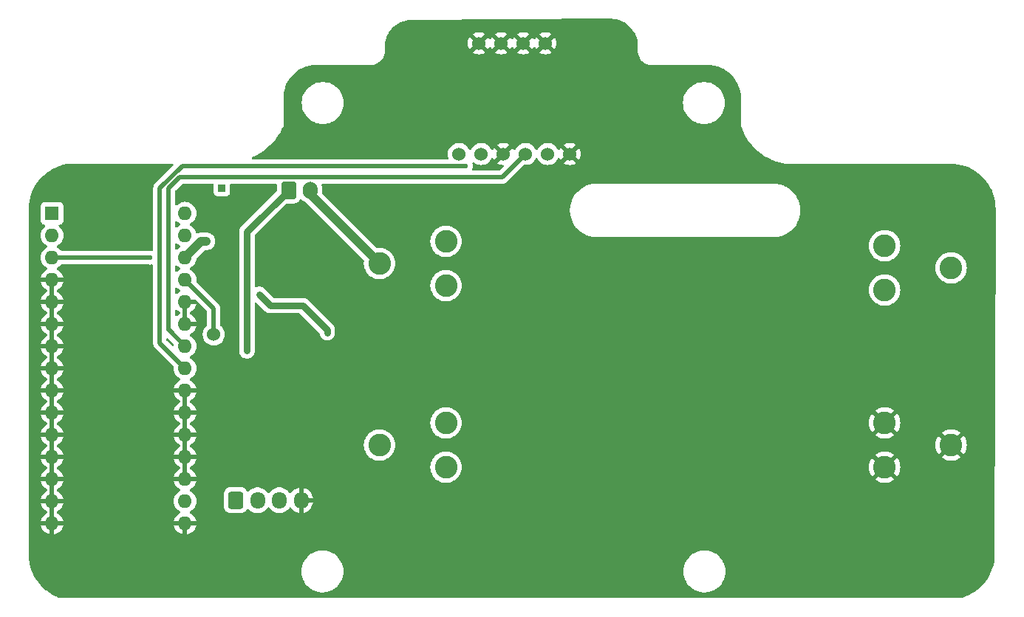
<source format=gbr>
%TF.GenerationSoftware,KiCad,Pcbnew,8.0.8*%
%TF.CreationDate,2025-03-07T18:47:05-08:00*%
%TF.ProjectId,ROCKETRY Camera PCB,524f434b-4554-4525-9920-43616d657261,Rev2.3*%
%TF.SameCoordinates,Original*%
%TF.FileFunction,Copper,L2,Bot*%
%TF.FilePolarity,Positive*%
%FSLAX46Y46*%
G04 Gerber Fmt 4.6, Leading zero omitted, Abs format (unit mm)*
G04 Created by KiCad (PCBNEW 8.0.8) date 2025-03-07 18:47:05*
%MOMM*%
%LPD*%
G01*
G04 APERTURE LIST*
G04 Aperture macros list*
%AMRoundRect*
0 Rectangle with rounded corners*
0 $1 Rounding radius*
0 $2 $3 $4 $5 $6 $7 $8 $9 X,Y pos of 4 corners*
0 Add a 4 corners polygon primitive as box body*
4,1,4,$2,$3,$4,$5,$6,$7,$8,$9,$2,$3,0*
0 Add four circle primitives for the rounded corners*
1,1,$1+$1,$2,$3*
1,1,$1+$1,$4,$5*
1,1,$1+$1,$6,$7*
1,1,$1+$1,$8,$9*
0 Add four rect primitives between the rounded corners*
20,1,$1+$1,$2,$3,$4,$5,0*
20,1,$1+$1,$4,$5,$6,$7,0*
20,1,$1+$1,$6,$7,$8,$9,0*
20,1,$1+$1,$8,$9,$2,$3,0*%
G04 Aperture macros list end*
%TA.AperFunction,ComponentPad*%
%ADD10RoundRect,0.250000X-0.600000X-0.725000X0.600000X-0.725000X0.600000X0.725000X-0.600000X0.725000X0*%
%TD*%
%TA.AperFunction,ComponentPad*%
%ADD11O,1.700000X1.950000*%
%TD*%
%TA.AperFunction,ComponentPad*%
%ADD12R,1.600000X1.600000*%
%TD*%
%TA.AperFunction,ComponentPad*%
%ADD13O,1.600000X1.600000*%
%TD*%
%TA.AperFunction,ComponentPad*%
%ADD14R,0.850000X0.850000*%
%TD*%
%TA.AperFunction,ComponentPad*%
%ADD15C,2.590800*%
%TD*%
%TA.AperFunction,ComponentPad*%
%ADD16RoundRect,0.250000X-0.600000X-0.750000X0.600000X-0.750000X0.600000X0.750000X-0.600000X0.750000X0*%
%TD*%
%TA.AperFunction,ComponentPad*%
%ADD17O,1.700000X2.000000*%
%TD*%
%TA.AperFunction,ComponentPad*%
%ADD18C,1.524000*%
%TD*%
%TA.AperFunction,ViaPad*%
%ADD19C,0.600000*%
%TD*%
%TA.AperFunction,Conductor*%
%ADD20C,1.016000*%
%TD*%
%TA.AperFunction,Conductor*%
%ADD21C,0.508000*%
%TD*%
%TA.AperFunction,Conductor*%
%ADD22C,0.762000*%
%TD*%
G04 APERTURE END LIST*
D10*
%TO.P,J2,1,Pin_1*%
%TO.N,Net-(A1-D0{slash}RX)*%
X108010000Y-114029000D03*
D11*
%TO.P,J2,2,Pin_2*%
%TO.N,Net-(A1-D1{slash}TX)*%
X110510000Y-114029000D03*
%TO.P,J2,3,Pin_3*%
%TO.N,Net-(J2-Pin_3)*%
X113010000Y-114029000D03*
%TO.P,J2,4,Pin_4*%
%TO.N,GND*%
X115510000Y-114029000D03*
%TD*%
D12*
%TO.P,A1,1,D1/TX*%
%TO.N,Net-(A1-D1{slash}TX)*%
X86960000Y-81100000D03*
D13*
%TO.P,A1,2,D0/RX*%
%TO.N,Net-(A1-D0{slash}RX)*%
X86960000Y-83640000D03*
%TO.P,A1,3,~{RESET}*%
%TO.N,Net-(A1-~{RESET}-Pad28)*%
X86960000Y-86180000D03*
%TO.P,A1,4,GND*%
%TO.N,GND*%
X86960000Y-88720000D03*
%TO.P,A1,5,D2*%
X86960000Y-91260000D03*
%TO.P,A1,6,D3*%
X86960000Y-93800000D03*
%TO.P,A1,7,D4*%
X86960000Y-96340000D03*
%TO.P,A1,8,D5*%
X86960000Y-98880000D03*
%TO.P,A1,9,D6*%
X86960000Y-101420000D03*
%TO.P,A1,10,D7*%
X86960000Y-103960000D03*
%TO.P,A1,11,D8*%
X86960000Y-106500000D03*
%TO.P,A1,12,D9*%
X86960000Y-109040000D03*
%TO.P,A1,13,D10*%
X86960000Y-111580000D03*
%TO.P,A1,14,D11*%
X86960000Y-114120000D03*
%TO.P,A1,15,D12*%
X86960000Y-116660000D03*
%TO.P,A1,16,D13*%
X102200000Y-116660000D03*
%TO.P,A1,17,3V3*%
%TO.N,unconnected-(A1-3V3-Pad17)*%
X102200000Y-114120000D03*
%TO.P,A1,18,AREF*%
%TO.N,GND*%
X102200000Y-111580000D03*
%TO.P,A1,19,A0*%
X102200000Y-109040000D03*
%TO.P,A1,20,A1*%
X102200000Y-106500000D03*
%TO.P,A1,21,A2*%
X102200000Y-103960000D03*
%TO.P,A1,22,A3*%
X102200000Y-101420000D03*
%TO.P,A1,23,A4*%
%TO.N,/SDA*%
X102200000Y-98880000D03*
%TO.P,A1,24,A5*%
%TO.N,/SCL*%
X102200000Y-96340000D03*
%TO.P,A1,25,A6*%
%TO.N,GND*%
X102200000Y-93800000D03*
%TO.P,A1,26,A7*%
X102200000Y-91260000D03*
%TO.P,A1,27,+5V*%
%TO.N,Net-(A1-+5V)*%
X102200000Y-88720000D03*
%TO.P,A1,28,~{RESET}*%
%TO.N,Net-(A1-~{RESET}-Pad28)*%
X102200000Y-86180000D03*
%TO.P,A1,29,GND*%
%TO.N,GND*%
X102200000Y-83640000D03*
%TO.P,A1,30,VIN*%
%TO.N,+5V*%
X102200000Y-81100000D03*
%TD*%
D14*
%TO.P,J5,1,Pin_1*%
%TO.N,+5V*%
X106426000Y-78232000D03*
%TD*%
D15*
%TO.P,BT2,1,+*%
%TO.N,+BATT*%
X124492000Y-107696000D03*
X132112000Y-105156000D03*
X132112000Y-110236000D03*
%TO.P,BT2,2,-*%
%TO.N,GND*%
X182372000Y-105156000D03*
X182372000Y-110236000D03*
X189992000Y-107696000D03*
%TD*%
%TO.P,BT1,1,+*%
%TO.N,VCC*%
X124492000Y-86868000D03*
X132112000Y-84328000D03*
X132112000Y-89408000D03*
%TO.P,BT1,2,-*%
%TO.N,+BATT*%
X182372000Y-84828000D03*
X182372000Y-89908000D03*
X189992000Y-87368000D03*
%TD*%
D16*
%TO.P,J1,1,Pin_1*%
%TO.N,Net-(J1-Pin_1)*%
X114066000Y-78469000D03*
D17*
%TO.P,J1,2,Pin_2*%
%TO.N,VCC*%
X116566000Y-78469000D03*
%TD*%
D18*
%TO.P,J4,1,Pin_1*%
%TO.N,Net-(A1-+5V)*%
X105500000Y-95000000D03*
%TD*%
%TO.P,U1,1,GND*%
%TO.N,GND*%
X135880000Y-61600000D03*
%TO.P,U1,2,I2*%
X138420000Y-61600000D03*
%TO.P,U1,3,SNO*%
X140960000Y-61600000D03*
%TO.P,U1,4,CS*%
X143500000Y-61600000D03*
%TO.P,U1,5,VIN*%
%TO.N,+5V*%
X133594000Y-74300000D03*
%TO.P,U1,6,GND*%
%TO.N,GND*%
X138674000Y-74300000D03*
%TO.P,U1,7,SCL*%
%TO.N,/SCL*%
X141214000Y-74300000D03*
%TO.P,U1,8,SDA*%
%TO.N,/SDA*%
X143754000Y-74300000D03*
%TO.P,U1,9,INT*%
%TO.N,GND*%
X146294000Y-74300000D03*
%TO.P,U1,10,3Vo*%
%TO.N,unconnected-(U1-3Vo-Pad10)*%
X136134000Y-74300000D03*
%TD*%
D19*
%TO.N,Net-(J1-Pin_1)*%
X109300000Y-96900000D03*
%TO.N,GND*%
X112300000Y-94800000D03*
X114900000Y-100600000D03*
%TO.N,+5V*%
X110700000Y-90400000D03*
X118500000Y-94800000D03*
%TO.N,GND*%
X126238000Y-73660000D03*
%TO.N,Net-(A1-~{RESET}-Pad28)*%
X104648000Y-84328000D03*
X98200000Y-86200000D03*
%TO.N,/SDA*%
X134366000Y-75692000D03*
%TD*%
D20*
%TO.N,Net-(A1-~{RESET}-Pad28)*%
X104648000Y-84328000D02*
X104052000Y-84328000D01*
X104052000Y-84328000D02*
X102200000Y-86180000D01*
D21*
X98200000Y-86200000D02*
X98180000Y-86180000D01*
X98180000Y-86180000D02*
X86960000Y-86180000D01*
%TO.N,Net-(A1-+5V)*%
X105500000Y-92020000D02*
X105500000Y-95000000D01*
X102200000Y-88720000D02*
X105500000Y-92020000D01*
D22*
%TO.N,Net-(J1-Pin_1)*%
X109300000Y-83235000D02*
X109300000Y-96900000D01*
X114066000Y-78469000D02*
X109300000Y-83235000D01*
%TO.N,+5V*%
X112000000Y-91700000D02*
X110700000Y-90400000D01*
X114000000Y-91700000D02*
X112000000Y-91700000D01*
X118500000Y-94500000D02*
X115700000Y-91700000D01*
X115700000Y-91700000D02*
X114000000Y-91700000D01*
X118500000Y-94800000D02*
X118500000Y-94500000D01*
D21*
%TO.N,/SCL*%
X100330000Y-94488000D02*
X100330000Y-78232000D01*
X138552000Y-76962000D02*
X141214000Y-74300000D01*
X101600000Y-76962000D02*
X138552000Y-76962000D01*
X102200000Y-96340000D02*
X100348000Y-94488000D01*
X100348000Y-94488000D02*
X100330000Y-94488000D01*
X100330000Y-78232000D02*
X101600000Y-76962000D01*
%TO.N,/SDA*%
X99314000Y-78246736D02*
X101868736Y-75692000D01*
X99314000Y-95994000D02*
X99314000Y-94234000D01*
X101868736Y-75692000D02*
X134366000Y-75692000D01*
X102200000Y-98880000D02*
X99314000Y-95994000D01*
X99314000Y-94234000D02*
X99314000Y-78246736D01*
D20*
%TO.N,VCC*%
X116566000Y-78942000D02*
X116566000Y-78469000D01*
X124492000Y-86868000D02*
X116566000Y-78942000D01*
%TD*%
%TA.AperFunction,Conductor*%
%TO.N,GND*%
G36*
X151003658Y-58800691D02*
G01*
X151317499Y-58817139D01*
X151330406Y-58818495D01*
X151638015Y-58867217D01*
X151650680Y-58869908D01*
X151951528Y-58950520D01*
X151963855Y-58954525D01*
X152254623Y-59066141D01*
X152266459Y-59071410D01*
X152543977Y-59212812D01*
X152555183Y-59219282D01*
X152816396Y-59388917D01*
X152826887Y-59396539D01*
X153068923Y-59592536D01*
X153078568Y-59601221D01*
X153298778Y-59821431D01*
X153307463Y-59831076D01*
X153503460Y-60073112D01*
X153511085Y-60083606D01*
X153680713Y-60344810D01*
X153687190Y-60356029D01*
X153785136Y-60548258D01*
X153828584Y-60633530D01*
X153833863Y-60645387D01*
X153945471Y-60936135D01*
X153949482Y-60948480D01*
X154030087Y-61249304D01*
X154032785Y-61261999D01*
X154081503Y-61569592D01*
X154082860Y-61582500D01*
X154099330Y-61896756D01*
X154099500Y-61903246D01*
X154099500Y-62614469D01*
X154132080Y-62841075D01*
X154132083Y-62841085D01*
X154196583Y-63060751D01*
X154291680Y-63268985D01*
X154291693Y-63269008D01*
X154415456Y-63461587D01*
X154415460Y-63461593D01*
X154565384Y-63634615D01*
X154738406Y-63784539D01*
X154738412Y-63784543D01*
X154930991Y-63908306D01*
X154931014Y-63908319D01*
X155139248Y-64003416D01*
X155139252Y-64003417D01*
X155139254Y-64003418D01*
X155358920Y-64067918D01*
X155358921Y-64067918D01*
X155358924Y-64067919D01*
X155420152Y-64076722D01*
X155585530Y-64100500D01*
X155626429Y-64100500D01*
X155640490Y-64101327D01*
X155640707Y-64101324D01*
X155640711Y-64101325D01*
X155702459Y-64100511D01*
X155704093Y-64100500D01*
X155766119Y-64100500D01*
X155780157Y-64099486D01*
X157506370Y-64076730D01*
X157508444Y-64076722D01*
X162023660Y-64100111D01*
X162029357Y-64100500D01*
X162034108Y-64100500D01*
X162096966Y-64100500D01*
X162103051Y-64100649D01*
X162466339Y-64118497D01*
X162478440Y-64119689D01*
X162835230Y-64172613D01*
X162847140Y-64174982D01*
X163197046Y-64262629D01*
X163208663Y-64266154D01*
X163548275Y-64387669D01*
X163559497Y-64392317D01*
X163885582Y-64546543D01*
X163896290Y-64552267D01*
X164205659Y-64737696D01*
X164215774Y-64744454D01*
X164474882Y-64936622D01*
X164505488Y-64959321D01*
X164514894Y-64967041D01*
X164782146Y-65209264D01*
X164790735Y-65217853D01*
X164881717Y-65318236D01*
X165032958Y-65485105D01*
X165040678Y-65494511D01*
X165255543Y-65784222D01*
X165262303Y-65794340D01*
X165436779Y-66085436D01*
X165447725Y-66103697D01*
X165453462Y-66114429D01*
X165607679Y-66440495D01*
X165612334Y-66451734D01*
X165730382Y-66781656D01*
X165733840Y-66791319D01*
X165737373Y-66802964D01*
X165825014Y-67152846D01*
X165827388Y-67164782D01*
X165880309Y-67521555D01*
X165881502Y-67533664D01*
X165899351Y-67896976D01*
X165899500Y-67903061D01*
X165899500Y-67971771D01*
X165899748Y-67975479D01*
X165909254Y-70817842D01*
X165907799Y-70830877D01*
X165908580Y-70830957D01*
X165907759Y-70839040D01*
X165909475Y-70896662D01*
X165909529Y-70899934D01*
X165909722Y-70957563D01*
X165910617Y-70964184D01*
X165911682Y-70970761D01*
X165928255Y-71025983D01*
X165929150Y-71029112D01*
X165937616Y-71060289D01*
X165944258Y-71084749D01*
X165947392Y-71092244D01*
X165946651Y-71092553D01*
X165951847Y-71104593D01*
X165999354Y-71262888D01*
X166171481Y-71709070D01*
X166377257Y-72140772D01*
X166615462Y-72555441D01*
X166615472Y-72555457D01*
X166615473Y-72555458D01*
X166884728Y-72950689D01*
X167011818Y-73109580D01*
X167183444Y-73324151D01*
X167509867Y-73673650D01*
X167509875Y-73673658D01*
X167862087Y-73997141D01*
X167862090Y-73997144D01*
X167862093Y-73997146D01*
X168238041Y-74292729D01*
X168635505Y-74558665D01*
X168635504Y-74558665D01*
X168635510Y-74558668D01*
X168635511Y-74558669D01*
X169052170Y-74793406D01*
X169205685Y-74865011D01*
X169485572Y-74995562D01*
X169783978Y-75107821D01*
X169933181Y-75163951D01*
X170392363Y-75297585D01*
X170554390Y-75331541D01*
X170566475Y-75334837D01*
X170567479Y-75335035D01*
X170567483Y-75335037D01*
X170628710Y-75347123D01*
X170629829Y-75347351D01*
X170690886Y-75360148D01*
X170690889Y-75360147D01*
X170691888Y-75360357D01*
X170704326Y-75362050D01*
X170751785Y-75371418D01*
X170983060Y-75417073D01*
X170990928Y-75418896D01*
X171034902Y-75430604D01*
X171039241Y-75430596D01*
X171063454Y-75432943D01*
X171067714Y-75433785D01*
X171113124Y-75430742D01*
X171121180Y-75430466D01*
X189989041Y-75400518D01*
X189996422Y-75400729D01*
X190410162Y-75424930D01*
X190420228Y-75425933D01*
X190830782Y-75483863D01*
X190840727Y-75485683D01*
X191245179Y-75576945D01*
X191254936Y-75579571D01*
X191650580Y-75703553D01*
X191660090Y-75706965D01*
X192044288Y-75862842D01*
X192053495Y-75867023D01*
X192366525Y-76024922D01*
X192423680Y-76053752D01*
X192432533Y-76058682D01*
X192484566Y-76090507D01*
X192740680Y-76247153D01*
X192786207Y-76274998D01*
X192794625Y-76280632D01*
X193095316Y-76500182D01*
X193129467Y-76525117D01*
X193137400Y-76531422D01*
X193451160Y-76802434D01*
X193458552Y-76809367D01*
X193749120Y-77105080D01*
X193755911Y-77112580D01*
X194021399Y-77431080D01*
X194027539Y-77439092D01*
X194183439Y-77660675D01*
X194266107Y-77778172D01*
X194271595Y-77786691D01*
X194481676Y-78144117D01*
X194486450Y-78153057D01*
X194666644Y-78526448D01*
X194670672Y-78535747D01*
X194819771Y-78922597D01*
X194823026Y-78932194D01*
X194940039Y-79329937D01*
X194942499Y-79339768D01*
X195026639Y-79745718D01*
X195028289Y-79755717D01*
X195079001Y-80167206D01*
X195079828Y-80177306D01*
X195096878Y-80594238D01*
X195096982Y-80599610D01*
X194999682Y-120124946D01*
X194999500Y-120127690D01*
X194999500Y-120197459D01*
X194999396Y-120202536D01*
X194982277Y-120620316D01*
X194981446Y-120630435D01*
X194930519Y-121042872D01*
X194928864Y-121052890D01*
X194844358Y-121459805D01*
X194841888Y-121469653D01*
X194724380Y-121868273D01*
X194721113Y-121877886D01*
X194571384Y-122265564D01*
X194567341Y-122274878D01*
X194386395Y-122649008D01*
X194381603Y-122657960D01*
X194170665Y-123016015D01*
X194165158Y-123024545D01*
X193925618Y-123364164D01*
X193919431Y-123372214D01*
X193652922Y-123691080D01*
X193646097Y-123698598D01*
X193354387Y-123994600D01*
X193346970Y-124001534D01*
X193032017Y-124272680D01*
X193024058Y-124278983D01*
X192687989Y-124523446D01*
X192679540Y-124529078D01*
X192324585Y-124745232D01*
X192315720Y-124750144D01*
X191944271Y-124936535D01*
X191935017Y-124940713D01*
X191597322Y-125076836D01*
X191586206Y-125080523D01*
X191584464Y-125081234D01*
X191584462Y-125081235D01*
X191562676Y-125090138D01*
X191536674Y-125100764D01*
X191531392Y-125102782D01*
X191516352Y-125108140D01*
X191482777Y-125120101D01*
X191475555Y-125123799D01*
X191475550Y-125123789D01*
X191460778Y-125131781D01*
X191244224Y-125220284D01*
X191197313Y-125229500D01*
X87776728Y-125229500D01*
X87721507Y-125216525D01*
X87470105Y-125091485D01*
X87456334Y-125082645D01*
X87456282Y-125082731D01*
X87449346Y-125078488D01*
X87401530Y-125057247D01*
X87396652Y-125054952D01*
X87346816Y-125030165D01*
X87338434Y-125026671D01*
X87010049Y-124864294D01*
X87001093Y-124859397D01*
X86643090Y-124644042D01*
X86634567Y-124638425D01*
X86295486Y-124394353D01*
X86287454Y-124388054D01*
X85969588Y-124116914D01*
X85962102Y-124109975D01*
X85667635Y-123813632D01*
X85660744Y-123806102D01*
X85454786Y-123561523D01*
X85391622Y-123486514D01*
X85385381Y-123478450D01*
X85143467Y-123137827D01*
X85137904Y-123129269D01*
X85073352Y-123020399D01*
X84924824Y-122769901D01*
X84919995Y-122760935D01*
X84737184Y-122385241D01*
X84733103Y-122375895D01*
X84664771Y-122199994D01*
X115539744Y-122199994D01*
X115539744Y-122200005D01*
X115558748Y-122502074D01*
X115558749Y-122502081D01*
X115558750Y-122502085D01*
X115608126Y-122760925D01*
X115615468Y-122799410D01*
X115687272Y-123020399D01*
X115709001Y-123087274D01*
X115837877Y-123361150D01*
X115837879Y-123361153D01*
X115837880Y-123361155D01*
X116000058Y-123616708D01*
X116000061Y-123616712D01*
X116000062Y-123616713D01*
X116192999Y-123849934D01*
X116347053Y-123994600D01*
X116413643Y-124057132D01*
X116413653Y-124057140D01*
X116658508Y-124235038D01*
X116658513Y-124235040D01*
X116658520Y-124235046D01*
X116923763Y-124380865D01*
X116923768Y-124380867D01*
X116923770Y-124380868D01*
X116923771Y-124380869D01*
X117205186Y-124492289D01*
X117205189Y-124492290D01*
X117498359Y-124567563D01*
X117498363Y-124567564D01*
X117561360Y-124575522D01*
X117798647Y-124605499D01*
X117798656Y-124605499D01*
X117798659Y-124605500D01*
X117798661Y-124605500D01*
X118101339Y-124605500D01*
X118101341Y-124605500D01*
X118101344Y-124605499D01*
X118101352Y-124605499D01*
X118280539Y-124582862D01*
X118401637Y-124567564D01*
X118694810Y-124492290D01*
X118694813Y-124492289D01*
X118976228Y-124380869D01*
X118976229Y-124380868D01*
X118976227Y-124380868D01*
X118976237Y-124380865D01*
X119241480Y-124235046D01*
X119486355Y-124057134D01*
X119707001Y-123849934D01*
X119899938Y-123616713D01*
X120062123Y-123361150D01*
X120190999Y-123087274D01*
X120284533Y-122799406D01*
X120341250Y-122502085D01*
X120345712Y-122431173D01*
X120360256Y-122200005D01*
X120360256Y-122199994D01*
X159314744Y-122199994D01*
X159314744Y-122200005D01*
X159333748Y-122502074D01*
X159333749Y-122502081D01*
X159333750Y-122502085D01*
X159383126Y-122760925D01*
X159390468Y-122799410D01*
X159462272Y-123020399D01*
X159484001Y-123087274D01*
X159612877Y-123361150D01*
X159612879Y-123361153D01*
X159612880Y-123361155D01*
X159775058Y-123616708D01*
X159775061Y-123616712D01*
X159775062Y-123616713D01*
X159967999Y-123849934D01*
X160122053Y-123994600D01*
X160188643Y-124057132D01*
X160188653Y-124057140D01*
X160433508Y-124235038D01*
X160433513Y-124235040D01*
X160433520Y-124235046D01*
X160698763Y-124380865D01*
X160698768Y-124380867D01*
X160698770Y-124380868D01*
X160698771Y-124380869D01*
X160980186Y-124492289D01*
X160980189Y-124492290D01*
X161273359Y-124567563D01*
X161273363Y-124567564D01*
X161336360Y-124575522D01*
X161573647Y-124605499D01*
X161573656Y-124605499D01*
X161573659Y-124605500D01*
X161573661Y-124605500D01*
X161876339Y-124605500D01*
X161876341Y-124605500D01*
X161876344Y-124605499D01*
X161876352Y-124605499D01*
X162055539Y-124582862D01*
X162176637Y-124567564D01*
X162469810Y-124492290D01*
X162469813Y-124492289D01*
X162751228Y-124380869D01*
X162751229Y-124380868D01*
X162751227Y-124380868D01*
X162751237Y-124380865D01*
X163016480Y-124235046D01*
X163261355Y-124057134D01*
X163482001Y-123849934D01*
X163674938Y-123616713D01*
X163837123Y-123361150D01*
X163965999Y-123087274D01*
X164059533Y-122799406D01*
X164116250Y-122502085D01*
X164120712Y-122431173D01*
X164135256Y-122200005D01*
X164135256Y-122199994D01*
X164116251Y-121897925D01*
X164116250Y-121897918D01*
X164116250Y-121897915D01*
X164059533Y-121600594D01*
X163965999Y-121312726D01*
X163837123Y-121038850D01*
X163789421Y-120963685D01*
X163674941Y-120783291D01*
X163633101Y-120732715D01*
X163482001Y-120550066D01*
X163261355Y-120342866D01*
X163261352Y-120342864D01*
X163261346Y-120342859D01*
X163016491Y-120164961D01*
X163016484Y-120164956D01*
X163016480Y-120164954D01*
X162751237Y-120019135D01*
X162751234Y-120019133D01*
X162751229Y-120019131D01*
X162751228Y-120019130D01*
X162469813Y-119907710D01*
X162469810Y-119907709D01*
X162176640Y-119832436D01*
X162176627Y-119832434D01*
X161876352Y-119794500D01*
X161876341Y-119794500D01*
X161573659Y-119794500D01*
X161573647Y-119794500D01*
X161273372Y-119832434D01*
X161273359Y-119832436D01*
X160980189Y-119907709D01*
X160980186Y-119907710D01*
X160698771Y-120019130D01*
X160698770Y-120019131D01*
X160433520Y-120164954D01*
X160433508Y-120164961D01*
X160188653Y-120342859D01*
X160188643Y-120342867D01*
X159968001Y-120550064D01*
X159775058Y-120783291D01*
X159612880Y-121038844D01*
X159612877Y-121038848D01*
X159612877Y-121038850D01*
X159608606Y-121047926D01*
X159484000Y-121312728D01*
X159390468Y-121600589D01*
X159333749Y-121897918D01*
X159333748Y-121897925D01*
X159314744Y-122199994D01*
X120360256Y-122199994D01*
X120341251Y-121897925D01*
X120341250Y-121897918D01*
X120341250Y-121897915D01*
X120284533Y-121600594D01*
X120190999Y-121312726D01*
X120062123Y-121038850D01*
X120014421Y-120963685D01*
X119899941Y-120783291D01*
X119858101Y-120732715D01*
X119707001Y-120550066D01*
X119486355Y-120342866D01*
X119486352Y-120342864D01*
X119486346Y-120342859D01*
X119241491Y-120164961D01*
X119241484Y-120164956D01*
X119241480Y-120164954D01*
X118976237Y-120019135D01*
X118976234Y-120019133D01*
X118976229Y-120019131D01*
X118976228Y-120019130D01*
X118694813Y-119907710D01*
X118694810Y-119907709D01*
X118401640Y-119832436D01*
X118401627Y-119832434D01*
X118101352Y-119794500D01*
X118101341Y-119794500D01*
X117798659Y-119794500D01*
X117798647Y-119794500D01*
X117498372Y-119832434D01*
X117498359Y-119832436D01*
X117205189Y-119907709D01*
X117205186Y-119907710D01*
X116923771Y-120019130D01*
X116923770Y-120019131D01*
X116658520Y-120164954D01*
X116658508Y-120164961D01*
X116413653Y-120342859D01*
X116413643Y-120342867D01*
X116193001Y-120550064D01*
X116000058Y-120783291D01*
X115837880Y-121038844D01*
X115837877Y-121038848D01*
X115837877Y-121038850D01*
X115833606Y-121047926D01*
X115709000Y-121312728D01*
X115615468Y-121600589D01*
X115558749Y-121897918D01*
X115558748Y-121897925D01*
X115539744Y-122199994D01*
X84664771Y-122199994D01*
X84581813Y-121986443D01*
X84578523Y-121976817D01*
X84459778Y-121576246D01*
X84457282Y-121566348D01*
X84404325Y-121312728D01*
X84371886Y-121157373D01*
X84370214Y-121147309D01*
X84318746Y-120732715D01*
X84317906Y-120722543D01*
X84300605Y-120302548D01*
X84300500Y-120297444D01*
X84300500Y-80602561D01*
X84300606Y-80597437D01*
X84304396Y-80505792D01*
X84318047Y-80175735D01*
X84318890Y-80165566D01*
X84370782Y-79749259D01*
X84372462Y-79739187D01*
X84458554Y-79328596D01*
X84461061Y-79318700D01*
X84580767Y-78916615D01*
X84584081Y-78906963D01*
X84736572Y-78516163D01*
X84740686Y-78506784D01*
X84924930Y-78129905D01*
X84929791Y-78120921D01*
X85144540Y-77760528D01*
X85150123Y-77751982D01*
X85393900Y-77410551D01*
X85400168Y-77402499D01*
X85671299Y-77082375D01*
X85678218Y-77074859D01*
X85974859Y-76778218D01*
X85982375Y-76771299D01*
X86302499Y-76500168D01*
X86310551Y-76493900D01*
X86651982Y-76250123D01*
X86660528Y-76244540D01*
X87020921Y-76029791D01*
X87029905Y-76024930D01*
X87406789Y-75840683D01*
X87416163Y-75836572D01*
X87806963Y-75684081D01*
X87816615Y-75680767D01*
X88218700Y-75561061D01*
X88228596Y-75558554D01*
X88639187Y-75472462D01*
X88649259Y-75470782D01*
X89065566Y-75418890D01*
X89075735Y-75418047D01*
X89497332Y-75400609D01*
X89502617Y-75400504D01*
X100774832Y-75419729D01*
X100841836Y-75439528D01*
X100887501Y-75492410D01*
X100897327Y-75561585D01*
X100868193Y-75625091D01*
X100862300Y-75631410D01*
X98727943Y-77765766D01*
X98727942Y-77765767D01*
X98645368Y-77889350D01*
X98612053Y-77969781D01*
X98612053Y-77969782D01*
X98594116Y-78013086D01*
X98588496Y-78026651D01*
X98588493Y-78026661D01*
X98559499Y-78172421D01*
X98559499Y-78327161D01*
X98559500Y-78327182D01*
X98559500Y-85302940D01*
X98539815Y-85369979D01*
X98487011Y-85415734D01*
X98417853Y-85425678D01*
X98394546Y-85419982D01*
X98379257Y-85414632D01*
X98379249Y-85414630D01*
X98200004Y-85394435D01*
X98199996Y-85394435D01*
X98020750Y-85414630D01*
X98020737Y-85414633D01*
X98009571Y-85418541D01*
X97968616Y-85425500D01*
X88083862Y-85425500D01*
X88016823Y-85405815D01*
X87982287Y-85372623D01*
X87960045Y-85340858D01*
X87799141Y-85179954D01*
X87612734Y-85049432D01*
X87612728Y-85049429D01*
X87554725Y-85022382D01*
X87502285Y-84976210D01*
X87483133Y-84909017D01*
X87503348Y-84842135D01*
X87554725Y-84797618D01*
X87555317Y-84797342D01*
X87612734Y-84770568D01*
X87799139Y-84640047D01*
X87960047Y-84479139D01*
X88090568Y-84292734D01*
X88186739Y-84086496D01*
X88245635Y-83866692D01*
X88265468Y-83640000D01*
X88263232Y-83614447D01*
X88251892Y-83484823D01*
X88245635Y-83413308D01*
X88186739Y-83193504D01*
X88090568Y-82987266D01*
X87971665Y-82817453D01*
X87960045Y-82800858D01*
X87799143Y-82639956D01*
X87779934Y-82626506D01*
X87774535Y-82622725D01*
X87730912Y-82568149D01*
X87723719Y-82498650D01*
X87755241Y-82436296D01*
X87815471Y-82400882D01*
X87832404Y-82397861D01*
X87867483Y-82394091D01*
X88002331Y-82343796D01*
X88117546Y-82257546D01*
X88203796Y-82142331D01*
X88254091Y-82007483D01*
X88260500Y-81947873D01*
X88260499Y-80252128D01*
X88254091Y-80192517D01*
X88245927Y-80170629D01*
X88203797Y-80057671D01*
X88203793Y-80057664D01*
X88117547Y-79942455D01*
X88117544Y-79942452D01*
X88002335Y-79856206D01*
X88002328Y-79856202D01*
X87867482Y-79805908D01*
X87867483Y-79805908D01*
X87807883Y-79799501D01*
X87807881Y-79799500D01*
X87807873Y-79799500D01*
X87807864Y-79799500D01*
X86112129Y-79799500D01*
X86112123Y-79799501D01*
X86052516Y-79805908D01*
X85917671Y-79856202D01*
X85917664Y-79856206D01*
X85802455Y-79942452D01*
X85802452Y-79942455D01*
X85716206Y-80057664D01*
X85716202Y-80057671D01*
X85665908Y-80192517D01*
X85660359Y-80244138D01*
X85659501Y-80252123D01*
X85659500Y-80252135D01*
X85659500Y-81947870D01*
X85659501Y-81947876D01*
X85665908Y-82007483D01*
X85716202Y-82142328D01*
X85716206Y-82142335D01*
X85802452Y-82257544D01*
X85802455Y-82257547D01*
X85917664Y-82343793D01*
X85917671Y-82343797D01*
X85962618Y-82360561D01*
X86052517Y-82394091D01*
X86087596Y-82397862D01*
X86152144Y-82424599D01*
X86191993Y-82481991D01*
X86194488Y-82551816D01*
X86158836Y-82611905D01*
X86145464Y-82622725D01*
X86120858Y-82639954D01*
X85959954Y-82800858D01*
X85829432Y-82987265D01*
X85829431Y-82987267D01*
X85733261Y-83193502D01*
X85733258Y-83193511D01*
X85674366Y-83413302D01*
X85674364Y-83413313D01*
X85654532Y-83639998D01*
X85654532Y-83640001D01*
X85674364Y-83866686D01*
X85674366Y-83866697D01*
X85733258Y-84086488D01*
X85733261Y-84086497D01*
X85829431Y-84292732D01*
X85829432Y-84292734D01*
X85959954Y-84479141D01*
X86120858Y-84640045D01*
X86120861Y-84640047D01*
X86307266Y-84770568D01*
X86364683Y-84797342D01*
X86365275Y-84797618D01*
X86417714Y-84843791D01*
X86436866Y-84910984D01*
X86416650Y-84977865D01*
X86365275Y-85022382D01*
X86307267Y-85049431D01*
X86307265Y-85049432D01*
X86120858Y-85179954D01*
X85959954Y-85340858D01*
X85829432Y-85527265D01*
X85829431Y-85527267D01*
X85733261Y-85733502D01*
X85733258Y-85733511D01*
X85674366Y-85953302D01*
X85674364Y-85953313D01*
X85654532Y-86179998D01*
X85654532Y-86180001D01*
X85674364Y-86406686D01*
X85674366Y-86406697D01*
X85733258Y-86626488D01*
X85733261Y-86626497D01*
X85829431Y-86832732D01*
X85829432Y-86832734D01*
X85959954Y-87019141D01*
X86120858Y-87180045D01*
X86120861Y-87180047D01*
X86307266Y-87310568D01*
X86365865Y-87337893D01*
X86418305Y-87384065D01*
X86437457Y-87451258D01*
X86417242Y-87518139D01*
X86365867Y-87562657D01*
X86307515Y-87589867D01*
X86121179Y-87720342D01*
X85960342Y-87881179D01*
X85829865Y-88067517D01*
X85733734Y-88273673D01*
X85733730Y-88273682D01*
X85681127Y-88469999D01*
X85681128Y-88470000D01*
X86526988Y-88470000D01*
X86494075Y-88527007D01*
X86460000Y-88654174D01*
X86460000Y-88785826D01*
X86494075Y-88912993D01*
X86526988Y-88970000D01*
X85681128Y-88970000D01*
X85733730Y-89166317D01*
X85733734Y-89166326D01*
X85829865Y-89372482D01*
X85960342Y-89558820D01*
X86121179Y-89719657D01*
X86307517Y-89850134D01*
X86366457Y-89877618D01*
X86418896Y-89923790D01*
X86438048Y-89990984D01*
X86417832Y-90057865D01*
X86366457Y-90102382D01*
X86307517Y-90129865D01*
X86121179Y-90260342D01*
X85960342Y-90421179D01*
X85829865Y-90607517D01*
X85733734Y-90813673D01*
X85733730Y-90813682D01*
X85681127Y-91009999D01*
X85681128Y-91010000D01*
X86526988Y-91010000D01*
X86494075Y-91067007D01*
X86460000Y-91194174D01*
X86460000Y-91325826D01*
X86494075Y-91452993D01*
X86526988Y-91510000D01*
X85681128Y-91510000D01*
X85733730Y-91706317D01*
X85733734Y-91706326D01*
X85829865Y-91912482D01*
X85960342Y-92098820D01*
X86121179Y-92259657D01*
X86307517Y-92390134D01*
X86366457Y-92417618D01*
X86418896Y-92463790D01*
X86438048Y-92530984D01*
X86417832Y-92597865D01*
X86366457Y-92642382D01*
X86307517Y-92669865D01*
X86121179Y-92800342D01*
X85960342Y-92961179D01*
X85829865Y-93147517D01*
X85733734Y-93353673D01*
X85733730Y-93353682D01*
X85681127Y-93549999D01*
X85681128Y-93550000D01*
X86526988Y-93550000D01*
X86494075Y-93607007D01*
X86460000Y-93734174D01*
X86460000Y-93865826D01*
X86494075Y-93992993D01*
X86526988Y-94050000D01*
X85681128Y-94050000D01*
X85733730Y-94246317D01*
X85733734Y-94246326D01*
X85829865Y-94452482D01*
X85960342Y-94638820D01*
X86121179Y-94799657D01*
X86307517Y-94930134D01*
X86366457Y-94957618D01*
X86418896Y-95003790D01*
X86438048Y-95070984D01*
X86417832Y-95137865D01*
X86366457Y-95182382D01*
X86307517Y-95209865D01*
X86121179Y-95340342D01*
X85960342Y-95501179D01*
X85829865Y-95687517D01*
X85733734Y-95893673D01*
X85733730Y-95893682D01*
X85681127Y-96089999D01*
X85681128Y-96090000D01*
X86526988Y-96090000D01*
X86494075Y-96147007D01*
X86460000Y-96274174D01*
X86460000Y-96405826D01*
X86494075Y-96532993D01*
X86526988Y-96590000D01*
X85681128Y-96590000D01*
X85733730Y-96786317D01*
X85733734Y-96786326D01*
X85829865Y-96992482D01*
X85960342Y-97178820D01*
X86121179Y-97339657D01*
X86307517Y-97470134D01*
X86366457Y-97497618D01*
X86418896Y-97543790D01*
X86438048Y-97610984D01*
X86417832Y-97677865D01*
X86366457Y-97722382D01*
X86307517Y-97749865D01*
X86121179Y-97880342D01*
X85960342Y-98041179D01*
X85829865Y-98227517D01*
X85733734Y-98433673D01*
X85733730Y-98433682D01*
X85681127Y-98629999D01*
X85681128Y-98630000D01*
X86526988Y-98630000D01*
X86494075Y-98687007D01*
X86460000Y-98814174D01*
X86460000Y-98945826D01*
X86494075Y-99072993D01*
X86526988Y-99130000D01*
X85681128Y-99130000D01*
X85733730Y-99326317D01*
X85733734Y-99326326D01*
X85829865Y-99532482D01*
X85960342Y-99718820D01*
X86121179Y-99879657D01*
X86307517Y-100010134D01*
X86366457Y-100037618D01*
X86418896Y-100083790D01*
X86438048Y-100150984D01*
X86417832Y-100217865D01*
X86366457Y-100262382D01*
X86307517Y-100289865D01*
X86121179Y-100420342D01*
X85960342Y-100581179D01*
X85829865Y-100767517D01*
X85733734Y-100973673D01*
X85733730Y-100973682D01*
X85681127Y-101169999D01*
X85681128Y-101170000D01*
X86526988Y-101170000D01*
X86494075Y-101227007D01*
X86460000Y-101354174D01*
X86460000Y-101485826D01*
X86494075Y-101612993D01*
X86526988Y-101670000D01*
X85681128Y-101670000D01*
X85733730Y-101866317D01*
X85733734Y-101866326D01*
X85829865Y-102072482D01*
X85960342Y-102258820D01*
X86121179Y-102419657D01*
X86307517Y-102550134D01*
X86366457Y-102577618D01*
X86418896Y-102623790D01*
X86438048Y-102690984D01*
X86417832Y-102757865D01*
X86366457Y-102802382D01*
X86307517Y-102829865D01*
X86121179Y-102960342D01*
X85960342Y-103121179D01*
X85829865Y-103307517D01*
X85733734Y-103513673D01*
X85733730Y-103513682D01*
X85681127Y-103709999D01*
X85681128Y-103710000D01*
X86526988Y-103710000D01*
X86494075Y-103767007D01*
X86460000Y-103894174D01*
X86460000Y-104025826D01*
X86494075Y-104152993D01*
X86526988Y-104210000D01*
X85681128Y-104210000D01*
X85733730Y-104406317D01*
X85733734Y-104406326D01*
X85829865Y-104612482D01*
X85960342Y-104798820D01*
X86121179Y-104959657D01*
X86307517Y-105090134D01*
X86366457Y-105117618D01*
X86418896Y-105163790D01*
X86438048Y-105230984D01*
X86417832Y-105297865D01*
X86366457Y-105342382D01*
X86307517Y-105369865D01*
X86121179Y-105500342D01*
X85960342Y-105661179D01*
X85829865Y-105847517D01*
X85733734Y-106053673D01*
X85733730Y-106053682D01*
X85681127Y-106249999D01*
X85681128Y-106250000D01*
X86526988Y-106250000D01*
X86494075Y-106307007D01*
X86460000Y-106434174D01*
X86460000Y-106565826D01*
X86494075Y-106692993D01*
X86526988Y-106750000D01*
X85681128Y-106750000D01*
X85733730Y-106946317D01*
X85733734Y-106946326D01*
X85829865Y-107152482D01*
X85960342Y-107338820D01*
X86121179Y-107499657D01*
X86307517Y-107630134D01*
X86366457Y-107657618D01*
X86418896Y-107703790D01*
X86438048Y-107770984D01*
X86417832Y-107837865D01*
X86366457Y-107882382D01*
X86307517Y-107909865D01*
X86121179Y-108040342D01*
X85960342Y-108201179D01*
X85829865Y-108387517D01*
X85733734Y-108593673D01*
X85733730Y-108593682D01*
X85681127Y-108789999D01*
X85681128Y-108790000D01*
X86526988Y-108790000D01*
X86494075Y-108847007D01*
X86460000Y-108974174D01*
X86460000Y-109105826D01*
X86494075Y-109232993D01*
X86526988Y-109290000D01*
X85681128Y-109290000D01*
X85733730Y-109486317D01*
X85733734Y-109486326D01*
X85829865Y-109692482D01*
X85960342Y-109878820D01*
X86121179Y-110039657D01*
X86307517Y-110170134D01*
X86366457Y-110197618D01*
X86418896Y-110243790D01*
X86438048Y-110310984D01*
X86417832Y-110377865D01*
X86366457Y-110422382D01*
X86307517Y-110449865D01*
X86121179Y-110580342D01*
X85960342Y-110741179D01*
X85829865Y-110927517D01*
X85733734Y-111133673D01*
X85733730Y-111133682D01*
X85681127Y-111329999D01*
X85681128Y-111330000D01*
X86526988Y-111330000D01*
X86494075Y-111387007D01*
X86460000Y-111514174D01*
X86460000Y-111645826D01*
X86494075Y-111772993D01*
X86526988Y-111830000D01*
X85681128Y-111830000D01*
X85733730Y-112026317D01*
X85733734Y-112026326D01*
X85829865Y-112232482D01*
X85960342Y-112418820D01*
X86121179Y-112579657D01*
X86307517Y-112710134D01*
X86366457Y-112737618D01*
X86418896Y-112783790D01*
X86438048Y-112850984D01*
X86417832Y-112917865D01*
X86366457Y-112962382D01*
X86307517Y-112989865D01*
X86121179Y-113120342D01*
X85960342Y-113281179D01*
X85829865Y-113467517D01*
X85733734Y-113673673D01*
X85733730Y-113673682D01*
X85681127Y-113869999D01*
X85681128Y-113870000D01*
X86526988Y-113870000D01*
X86494075Y-113927007D01*
X86460000Y-114054174D01*
X86460000Y-114185826D01*
X86494075Y-114312993D01*
X86526988Y-114370000D01*
X85681128Y-114370000D01*
X85733730Y-114566317D01*
X85733734Y-114566326D01*
X85829865Y-114772482D01*
X85960342Y-114958820D01*
X86121179Y-115119657D01*
X86307517Y-115250134D01*
X86366457Y-115277618D01*
X86418896Y-115323790D01*
X86438048Y-115390984D01*
X86417832Y-115457865D01*
X86366457Y-115502382D01*
X86307517Y-115529865D01*
X86121179Y-115660342D01*
X85960342Y-115821179D01*
X85829865Y-116007517D01*
X85733734Y-116213673D01*
X85733730Y-116213682D01*
X85681127Y-116409999D01*
X85681128Y-116410000D01*
X86526988Y-116410000D01*
X86494075Y-116467007D01*
X86460000Y-116594174D01*
X86460000Y-116725826D01*
X86494075Y-116852993D01*
X86526988Y-116910000D01*
X85681128Y-116910000D01*
X85733730Y-117106317D01*
X85733734Y-117106326D01*
X85829865Y-117312482D01*
X85960342Y-117498820D01*
X86121179Y-117659657D01*
X86307517Y-117790134D01*
X86513673Y-117886265D01*
X86513682Y-117886269D01*
X86709999Y-117938872D01*
X86710000Y-117938871D01*
X86710000Y-117093012D01*
X86767007Y-117125925D01*
X86894174Y-117160000D01*
X87025826Y-117160000D01*
X87152993Y-117125925D01*
X87210000Y-117093012D01*
X87210000Y-117938872D01*
X87406317Y-117886269D01*
X87406326Y-117886265D01*
X87612482Y-117790134D01*
X87798820Y-117659657D01*
X87959657Y-117498820D01*
X88090134Y-117312482D01*
X88186265Y-117106326D01*
X88186269Y-117106317D01*
X88238872Y-116910000D01*
X87393012Y-116910000D01*
X87425925Y-116852993D01*
X87460000Y-116725826D01*
X87460000Y-116594174D01*
X87425925Y-116467007D01*
X87393012Y-116410000D01*
X88238872Y-116410000D01*
X88238872Y-116409999D01*
X88186269Y-116213682D01*
X88186265Y-116213673D01*
X88090134Y-116007517D01*
X87959657Y-115821179D01*
X87798820Y-115660342D01*
X87612481Y-115529865D01*
X87612479Y-115529864D01*
X87553543Y-115502382D01*
X87501103Y-115456210D01*
X87481951Y-115389017D01*
X87502166Y-115322136D01*
X87553543Y-115277618D01*
X87612479Y-115250135D01*
X87612481Y-115250134D01*
X87798820Y-115119657D01*
X87959657Y-114958820D01*
X88090134Y-114772482D01*
X88186265Y-114566326D01*
X88186269Y-114566317D01*
X88238872Y-114370000D01*
X87393012Y-114370000D01*
X87425925Y-114312993D01*
X87460000Y-114185826D01*
X87460000Y-114054174D01*
X87425925Y-113927007D01*
X87393012Y-113870000D01*
X88238872Y-113870000D01*
X88238872Y-113869999D01*
X88186269Y-113673682D01*
X88186265Y-113673673D01*
X88090134Y-113467517D01*
X87959657Y-113281179D01*
X87798820Y-113120342D01*
X87612481Y-112989865D01*
X87612479Y-112989864D01*
X87553543Y-112962382D01*
X87501103Y-112916210D01*
X87481951Y-112849017D01*
X87502166Y-112782136D01*
X87553543Y-112737618D01*
X87612479Y-112710135D01*
X87612481Y-112710134D01*
X87798820Y-112579657D01*
X87959657Y-112418820D01*
X88090134Y-112232482D01*
X88186265Y-112026326D01*
X88186269Y-112026317D01*
X88238872Y-111830000D01*
X87393012Y-111830000D01*
X87425925Y-111772993D01*
X87460000Y-111645826D01*
X87460000Y-111514174D01*
X87425925Y-111387007D01*
X87393012Y-111330000D01*
X88238872Y-111330000D01*
X88238872Y-111329999D01*
X88186269Y-111133682D01*
X88186265Y-111133673D01*
X88090134Y-110927517D01*
X87959657Y-110741179D01*
X87798820Y-110580342D01*
X87612481Y-110449865D01*
X87612479Y-110449864D01*
X87553543Y-110422382D01*
X87501103Y-110376210D01*
X87481951Y-110309017D01*
X87502166Y-110242136D01*
X87553543Y-110197618D01*
X87612479Y-110170135D01*
X87612481Y-110170134D01*
X87798820Y-110039657D01*
X87959657Y-109878820D01*
X88090134Y-109692482D01*
X88186265Y-109486326D01*
X88186269Y-109486317D01*
X88238872Y-109290000D01*
X87393012Y-109290000D01*
X87425925Y-109232993D01*
X87460000Y-109105826D01*
X87460000Y-108974174D01*
X87425925Y-108847007D01*
X87393012Y-108790000D01*
X88238872Y-108790000D01*
X88238872Y-108789999D01*
X88186269Y-108593682D01*
X88186265Y-108593673D01*
X88090134Y-108387517D01*
X87959657Y-108201179D01*
X87798820Y-108040342D01*
X87612481Y-107909865D01*
X87612479Y-107909864D01*
X87553543Y-107882382D01*
X87501103Y-107836210D01*
X87481951Y-107769017D01*
X87502166Y-107702136D01*
X87553543Y-107657618D01*
X87612479Y-107630135D01*
X87612481Y-107630134D01*
X87798820Y-107499657D01*
X87959657Y-107338820D01*
X88090134Y-107152482D01*
X88186265Y-106946326D01*
X88186269Y-106946317D01*
X88238872Y-106750000D01*
X87393012Y-106750000D01*
X87425925Y-106692993D01*
X87460000Y-106565826D01*
X87460000Y-106434174D01*
X87425925Y-106307007D01*
X87393012Y-106250000D01*
X88238872Y-106250000D01*
X88238872Y-106249999D01*
X88186269Y-106053682D01*
X88186265Y-106053673D01*
X88090134Y-105847517D01*
X87959657Y-105661179D01*
X87798820Y-105500342D01*
X87612481Y-105369865D01*
X87612479Y-105369864D01*
X87553543Y-105342382D01*
X87501103Y-105296210D01*
X87481951Y-105229017D01*
X87502166Y-105162136D01*
X87553543Y-105117618D01*
X87612479Y-105090135D01*
X87612481Y-105090134D01*
X87798820Y-104959657D01*
X87959657Y-104798820D01*
X88090134Y-104612482D01*
X88186265Y-104406326D01*
X88186269Y-104406317D01*
X88238872Y-104210000D01*
X87393012Y-104210000D01*
X87425925Y-104152993D01*
X87460000Y-104025826D01*
X87460000Y-103894174D01*
X87425925Y-103767007D01*
X87393012Y-103710000D01*
X88238872Y-103710000D01*
X88238872Y-103709999D01*
X88186269Y-103513682D01*
X88186265Y-103513673D01*
X88090134Y-103307517D01*
X87959657Y-103121179D01*
X87798820Y-102960342D01*
X87612481Y-102829865D01*
X87612479Y-102829864D01*
X87553543Y-102802382D01*
X87501103Y-102756210D01*
X87481951Y-102689017D01*
X87502166Y-102622136D01*
X87553543Y-102577618D01*
X87612479Y-102550135D01*
X87612481Y-102550134D01*
X87798820Y-102419657D01*
X87959657Y-102258820D01*
X88090134Y-102072482D01*
X88186265Y-101866326D01*
X88186269Y-101866317D01*
X88238872Y-101670000D01*
X87393012Y-101670000D01*
X87425925Y-101612993D01*
X87460000Y-101485826D01*
X87460000Y-101354174D01*
X87425925Y-101227007D01*
X87393012Y-101170000D01*
X88238872Y-101170000D01*
X88238872Y-101169999D01*
X88186269Y-100973682D01*
X88186265Y-100973673D01*
X88090134Y-100767517D01*
X87959657Y-100581179D01*
X87798820Y-100420342D01*
X87612481Y-100289865D01*
X87612479Y-100289864D01*
X87553543Y-100262382D01*
X87501103Y-100216210D01*
X87481951Y-100149017D01*
X87502166Y-100082136D01*
X87553543Y-100037618D01*
X87612479Y-100010135D01*
X87612481Y-100010134D01*
X87798820Y-99879657D01*
X87959657Y-99718820D01*
X88090134Y-99532482D01*
X88186265Y-99326326D01*
X88186269Y-99326317D01*
X88238872Y-99130000D01*
X87393012Y-99130000D01*
X87425925Y-99072993D01*
X87460000Y-98945826D01*
X87460000Y-98814174D01*
X87425925Y-98687007D01*
X87393012Y-98630000D01*
X88238872Y-98630000D01*
X88238872Y-98629999D01*
X88186269Y-98433682D01*
X88186265Y-98433673D01*
X88090134Y-98227517D01*
X87959657Y-98041179D01*
X87798820Y-97880342D01*
X87612481Y-97749865D01*
X87612479Y-97749864D01*
X87553543Y-97722382D01*
X87501103Y-97676210D01*
X87481951Y-97609017D01*
X87502166Y-97542136D01*
X87553543Y-97497618D01*
X87612479Y-97470135D01*
X87612481Y-97470134D01*
X87798820Y-97339657D01*
X87959657Y-97178820D01*
X88090134Y-96992482D01*
X88186265Y-96786326D01*
X88186269Y-96786317D01*
X88238872Y-96590000D01*
X87393012Y-96590000D01*
X87425925Y-96532993D01*
X87460000Y-96405826D01*
X87460000Y-96274174D01*
X87425925Y-96147007D01*
X87393012Y-96090000D01*
X88238872Y-96090000D01*
X88238872Y-96089999D01*
X88186269Y-95893682D01*
X88186265Y-95893673D01*
X88090134Y-95687517D01*
X87959657Y-95501179D01*
X87798820Y-95340342D01*
X87612481Y-95209865D01*
X87612479Y-95209864D01*
X87553543Y-95182382D01*
X87501103Y-95136210D01*
X87481951Y-95069017D01*
X87502166Y-95002136D01*
X87553543Y-94957618D01*
X87612479Y-94930135D01*
X87612481Y-94930134D01*
X87798820Y-94799657D01*
X87959657Y-94638820D01*
X88090134Y-94452482D01*
X88186265Y-94246326D01*
X88186269Y-94246317D01*
X88238872Y-94050000D01*
X87393012Y-94050000D01*
X87425925Y-93992993D01*
X87460000Y-93865826D01*
X87460000Y-93734174D01*
X87425925Y-93607007D01*
X87393012Y-93550000D01*
X88238872Y-93550000D01*
X88238872Y-93549999D01*
X88186269Y-93353682D01*
X88186265Y-93353673D01*
X88090134Y-93147517D01*
X87959657Y-92961179D01*
X87798820Y-92800342D01*
X87612481Y-92669865D01*
X87612479Y-92669864D01*
X87553543Y-92642382D01*
X87501103Y-92596210D01*
X87481951Y-92529017D01*
X87502166Y-92462136D01*
X87553543Y-92417618D01*
X87612479Y-92390135D01*
X87612481Y-92390134D01*
X87798820Y-92259657D01*
X87959657Y-92098820D01*
X88090134Y-91912482D01*
X88186265Y-91706326D01*
X88186269Y-91706317D01*
X88238872Y-91510000D01*
X87393012Y-91510000D01*
X87425925Y-91452993D01*
X87460000Y-91325826D01*
X87460000Y-91194174D01*
X87425925Y-91067007D01*
X87393012Y-91010000D01*
X88238872Y-91010000D01*
X88238872Y-91009999D01*
X88186269Y-90813682D01*
X88186265Y-90813673D01*
X88090134Y-90607517D01*
X87959657Y-90421179D01*
X87798820Y-90260342D01*
X87612481Y-90129865D01*
X87612479Y-90129864D01*
X87553543Y-90102382D01*
X87501103Y-90056210D01*
X87481951Y-89989017D01*
X87502166Y-89922136D01*
X87553543Y-89877618D01*
X87612479Y-89850135D01*
X87612481Y-89850134D01*
X87798820Y-89719657D01*
X87959657Y-89558820D01*
X88090134Y-89372482D01*
X88186265Y-89166326D01*
X88186269Y-89166317D01*
X88238872Y-88970000D01*
X87393012Y-88970000D01*
X87425925Y-88912993D01*
X87460000Y-88785826D01*
X87460000Y-88654174D01*
X87425925Y-88527007D01*
X87393012Y-88470000D01*
X88238872Y-88470000D01*
X88238872Y-88469999D01*
X88186269Y-88273682D01*
X88186265Y-88273673D01*
X88090134Y-88067517D01*
X87959657Y-87881179D01*
X87798820Y-87720342D01*
X87612482Y-87589865D01*
X87554133Y-87562657D01*
X87501694Y-87516484D01*
X87482542Y-87449291D01*
X87502758Y-87382410D01*
X87554129Y-87337895D01*
X87612734Y-87310568D01*
X87799139Y-87180047D01*
X87960047Y-87019139D01*
X87982287Y-86987377D01*
X88036863Y-86943752D01*
X88083862Y-86934500D01*
X97854306Y-86934500D01*
X97895260Y-86941458D01*
X98020745Y-86985368D01*
X98020751Y-86985368D01*
X98020753Y-86985369D01*
X98199996Y-87005565D01*
X98200000Y-87005565D01*
X98200004Y-87005565D01*
X98379249Y-86985369D01*
X98379251Y-86985368D01*
X98379255Y-86985368D01*
X98394542Y-86980019D01*
X98464320Y-86976455D01*
X98524949Y-87011182D01*
X98557178Y-87073174D01*
X98559500Y-87097059D01*
X98559500Y-95914552D01*
X98559499Y-95914578D01*
X98559499Y-95919688D01*
X98559499Y-96068312D01*
X98559499Y-96068314D01*
X98559498Y-96068314D01*
X98588493Y-96214073D01*
X98588496Y-96214083D01*
X98645366Y-96351381D01*
X98645372Y-96351392D01*
X98727942Y-96474968D01*
X98727943Y-96474969D01*
X100872827Y-98619852D01*
X100906312Y-98681175D01*
X100908674Y-98718339D01*
X100894532Y-98879996D01*
X100894532Y-98880001D01*
X100914364Y-99106686D01*
X100914366Y-99106697D01*
X100973258Y-99326488D01*
X100973261Y-99326497D01*
X101069431Y-99532732D01*
X101069432Y-99532734D01*
X101199954Y-99719141D01*
X101360858Y-99880045D01*
X101360861Y-99880047D01*
X101547266Y-100010568D01*
X101605865Y-100037893D01*
X101658305Y-100084065D01*
X101677457Y-100151258D01*
X101657242Y-100218139D01*
X101605867Y-100262657D01*
X101547515Y-100289867D01*
X101361179Y-100420342D01*
X101200342Y-100581179D01*
X101069865Y-100767517D01*
X100973734Y-100973673D01*
X100973730Y-100973682D01*
X100921127Y-101169999D01*
X100921128Y-101170000D01*
X101766988Y-101170000D01*
X101734075Y-101227007D01*
X101700000Y-101354174D01*
X101700000Y-101485826D01*
X101734075Y-101612993D01*
X101766988Y-101670000D01*
X100921128Y-101670000D01*
X100973730Y-101866317D01*
X100973734Y-101866326D01*
X101069865Y-102072482D01*
X101200342Y-102258820D01*
X101361179Y-102419657D01*
X101547517Y-102550134D01*
X101606457Y-102577618D01*
X101658896Y-102623790D01*
X101678048Y-102690984D01*
X101657832Y-102757865D01*
X101606457Y-102802382D01*
X101547517Y-102829865D01*
X101361179Y-102960342D01*
X101200342Y-103121179D01*
X101069865Y-103307517D01*
X100973734Y-103513673D01*
X100973730Y-103513682D01*
X100921127Y-103709999D01*
X100921128Y-103710000D01*
X101766988Y-103710000D01*
X101734075Y-103767007D01*
X101700000Y-103894174D01*
X101700000Y-104025826D01*
X101734075Y-104152993D01*
X101766988Y-104210000D01*
X100921128Y-104210000D01*
X100973730Y-104406317D01*
X100973734Y-104406326D01*
X101069865Y-104612482D01*
X101200342Y-104798820D01*
X101361179Y-104959657D01*
X101547517Y-105090134D01*
X101606457Y-105117618D01*
X101658896Y-105163790D01*
X101678048Y-105230984D01*
X101657832Y-105297865D01*
X101606457Y-105342382D01*
X101547517Y-105369865D01*
X101361179Y-105500342D01*
X101200342Y-105661179D01*
X101069865Y-105847517D01*
X100973734Y-106053673D01*
X100973730Y-106053682D01*
X100921127Y-106249999D01*
X100921128Y-106250000D01*
X101766988Y-106250000D01*
X101734075Y-106307007D01*
X101700000Y-106434174D01*
X101700000Y-106565826D01*
X101734075Y-106692993D01*
X101766988Y-106750000D01*
X100921128Y-106750000D01*
X100973730Y-106946317D01*
X100973734Y-106946326D01*
X101069865Y-107152482D01*
X101200342Y-107338820D01*
X101361179Y-107499657D01*
X101547517Y-107630134D01*
X101606457Y-107657618D01*
X101658896Y-107703790D01*
X101678048Y-107770984D01*
X101657832Y-107837865D01*
X101606457Y-107882382D01*
X101547517Y-107909865D01*
X101361179Y-108040342D01*
X101200342Y-108201179D01*
X101069865Y-108387517D01*
X100973734Y-108593673D01*
X100973730Y-108593682D01*
X100921127Y-108789999D01*
X100921128Y-108790000D01*
X101766988Y-108790000D01*
X101734075Y-108847007D01*
X101700000Y-108974174D01*
X101700000Y-109105826D01*
X101734075Y-109232993D01*
X101766988Y-109290000D01*
X100921128Y-109290000D01*
X100973730Y-109486317D01*
X100973734Y-109486326D01*
X101069865Y-109692482D01*
X101200342Y-109878820D01*
X101361179Y-110039657D01*
X101547517Y-110170134D01*
X101606457Y-110197618D01*
X101658896Y-110243790D01*
X101678048Y-110310984D01*
X101657832Y-110377865D01*
X101606457Y-110422382D01*
X101547517Y-110449865D01*
X101361179Y-110580342D01*
X101200342Y-110741179D01*
X101069865Y-110927517D01*
X100973734Y-111133673D01*
X100973730Y-111133682D01*
X100921127Y-111329999D01*
X100921128Y-111330000D01*
X101766988Y-111330000D01*
X101734075Y-111387007D01*
X101700000Y-111514174D01*
X101700000Y-111645826D01*
X101734075Y-111772993D01*
X101766988Y-111830000D01*
X100921128Y-111830000D01*
X100973730Y-112026317D01*
X100973734Y-112026326D01*
X101069865Y-112232482D01*
X101200342Y-112418820D01*
X101361179Y-112579657D01*
X101547518Y-112710134D01*
X101547520Y-112710135D01*
X101605865Y-112737342D01*
X101658305Y-112783514D01*
X101677457Y-112850707D01*
X101657242Y-112917589D01*
X101605867Y-112962105D01*
X101547268Y-112989431D01*
X101547264Y-112989433D01*
X101360858Y-113119954D01*
X101199954Y-113280858D01*
X101069432Y-113467265D01*
X101069431Y-113467267D01*
X100973261Y-113673502D01*
X100973258Y-113673511D01*
X100914366Y-113893302D01*
X100914364Y-113893313D01*
X100894532Y-114119998D01*
X100894532Y-114120001D01*
X100914364Y-114346686D01*
X100914366Y-114346697D01*
X100973258Y-114566488D01*
X100973261Y-114566497D01*
X101069431Y-114772732D01*
X101069432Y-114772734D01*
X101199954Y-114959141D01*
X101360858Y-115120045D01*
X101360861Y-115120047D01*
X101547266Y-115250568D01*
X101605865Y-115277893D01*
X101658305Y-115324065D01*
X101677457Y-115391258D01*
X101657242Y-115458139D01*
X101605867Y-115502657D01*
X101547515Y-115529867D01*
X101361179Y-115660342D01*
X101200342Y-115821179D01*
X101069865Y-116007517D01*
X100973734Y-116213673D01*
X100973730Y-116213682D01*
X100921127Y-116409999D01*
X100921128Y-116410000D01*
X101766988Y-116410000D01*
X101734075Y-116467007D01*
X101700000Y-116594174D01*
X101700000Y-116725826D01*
X101734075Y-116852993D01*
X101766988Y-116910000D01*
X100921128Y-116910000D01*
X100973730Y-117106317D01*
X100973734Y-117106326D01*
X101069865Y-117312482D01*
X101200342Y-117498820D01*
X101361179Y-117659657D01*
X101547517Y-117790134D01*
X101753673Y-117886265D01*
X101753682Y-117886269D01*
X101949999Y-117938872D01*
X101950000Y-117938871D01*
X101950000Y-117093012D01*
X102007007Y-117125925D01*
X102134174Y-117160000D01*
X102265826Y-117160000D01*
X102392993Y-117125925D01*
X102450000Y-117093012D01*
X102450000Y-117938872D01*
X102646317Y-117886269D01*
X102646326Y-117886265D01*
X102852482Y-117790134D01*
X103038820Y-117659657D01*
X103199657Y-117498820D01*
X103330134Y-117312482D01*
X103426265Y-117106326D01*
X103426269Y-117106317D01*
X103478872Y-116910000D01*
X102633012Y-116910000D01*
X102665925Y-116852993D01*
X102700000Y-116725826D01*
X102700000Y-116594174D01*
X102665925Y-116467007D01*
X102633012Y-116410000D01*
X103478872Y-116410000D01*
X103478872Y-116409999D01*
X103426269Y-116213682D01*
X103426265Y-116213673D01*
X103330134Y-116007517D01*
X103199657Y-115821179D01*
X103038820Y-115660342D01*
X102852482Y-115529865D01*
X102794133Y-115502657D01*
X102741694Y-115456484D01*
X102722542Y-115389291D01*
X102742758Y-115322410D01*
X102794129Y-115277895D01*
X102852734Y-115250568D01*
X103039139Y-115120047D01*
X103200047Y-114959139D01*
X103330568Y-114772734D01*
X103426739Y-114566496D01*
X103485635Y-114346692D01*
X103505468Y-114120000D01*
X103485635Y-113893308D01*
X103426739Y-113673504D01*
X103330568Y-113467266D01*
X103200047Y-113280861D01*
X103200045Y-113280858D01*
X103173170Y-113253983D01*
X106659500Y-113253983D01*
X106659500Y-114804001D01*
X106659501Y-114804018D01*
X106670000Y-114906796D01*
X106670001Y-114906799D01*
X106715894Y-115045294D01*
X106725186Y-115073334D01*
X106817288Y-115222656D01*
X106941344Y-115346712D01*
X107090666Y-115438814D01*
X107257203Y-115493999D01*
X107359991Y-115504500D01*
X108660008Y-115504499D01*
X108762797Y-115493999D01*
X108929334Y-115438814D01*
X109078656Y-115346712D01*
X109202712Y-115222656D01*
X109294814Y-115073334D01*
X109294814Y-115073331D01*
X109298178Y-115067879D01*
X109350126Y-115021154D01*
X109419088Y-115009931D01*
X109483170Y-115037774D01*
X109491398Y-115045294D01*
X109630213Y-115184109D01*
X109802179Y-115309048D01*
X109802181Y-115309049D01*
X109802184Y-115309051D01*
X109991588Y-115405557D01*
X110193757Y-115471246D01*
X110403713Y-115504500D01*
X110403714Y-115504500D01*
X110616286Y-115504500D01*
X110616287Y-115504500D01*
X110826243Y-115471246D01*
X111028412Y-115405557D01*
X111217816Y-115309051D01*
X111298313Y-115250567D01*
X111389786Y-115184109D01*
X111389788Y-115184106D01*
X111389792Y-115184104D01*
X111540104Y-115033792D01*
X111659683Y-114869204D01*
X111715011Y-114826540D01*
X111784624Y-114820561D01*
X111846420Y-114853166D01*
X111860313Y-114869199D01*
X111962560Y-115009931D01*
X111979896Y-115033792D01*
X112130213Y-115184109D01*
X112302179Y-115309048D01*
X112302181Y-115309049D01*
X112302184Y-115309051D01*
X112491588Y-115405557D01*
X112693757Y-115471246D01*
X112903713Y-115504500D01*
X112903714Y-115504500D01*
X113116286Y-115504500D01*
X113116287Y-115504500D01*
X113326243Y-115471246D01*
X113528412Y-115405557D01*
X113717816Y-115309051D01*
X113798313Y-115250567D01*
X113889786Y-115184109D01*
X113889788Y-115184106D01*
X113889792Y-115184104D01*
X114040104Y-115033792D01*
X114159991Y-114868779D01*
X114215320Y-114826115D01*
X114284933Y-114820136D01*
X114346729Y-114852741D01*
X114360627Y-114868781D01*
X114480272Y-115033459D01*
X114480276Y-115033464D01*
X114630535Y-115183723D01*
X114630540Y-115183727D01*
X114802442Y-115308620D01*
X114991782Y-115405095D01*
X115193871Y-115470757D01*
X115260000Y-115481231D01*
X115260000Y-114433145D01*
X115326657Y-114471630D01*
X115447465Y-114504000D01*
X115572535Y-114504000D01*
X115693343Y-114471630D01*
X115760000Y-114433145D01*
X115760000Y-115481230D01*
X115826126Y-115470757D01*
X115826129Y-115470757D01*
X116028217Y-115405095D01*
X116217557Y-115308620D01*
X116389459Y-115183727D01*
X116389464Y-115183723D01*
X116539723Y-115033464D01*
X116539727Y-115033459D01*
X116664620Y-114861557D01*
X116761095Y-114672217D01*
X116826757Y-114470130D01*
X116826757Y-114470127D01*
X116857030Y-114279000D01*
X115914146Y-114279000D01*
X115952630Y-114212343D01*
X115985000Y-114091535D01*
X115985000Y-113966465D01*
X115952630Y-113845657D01*
X115914146Y-113779000D01*
X116857030Y-113779000D01*
X116826757Y-113587872D01*
X116826757Y-113587869D01*
X116761095Y-113385782D01*
X116664620Y-113196442D01*
X116539727Y-113024540D01*
X116539723Y-113024535D01*
X116389464Y-112874276D01*
X116389459Y-112874272D01*
X116217557Y-112749379D01*
X116028215Y-112652903D01*
X115826124Y-112587241D01*
X115760000Y-112576768D01*
X115760000Y-113624854D01*
X115693343Y-113586370D01*
X115572535Y-113554000D01*
X115447465Y-113554000D01*
X115326657Y-113586370D01*
X115260000Y-113624854D01*
X115260000Y-112576768D01*
X115259999Y-112576768D01*
X115193875Y-112587241D01*
X114991784Y-112652903D01*
X114802442Y-112749379D01*
X114630540Y-112874272D01*
X114630535Y-112874276D01*
X114480276Y-113024535D01*
X114480272Y-113024540D01*
X114360627Y-113189218D01*
X114305297Y-113231884D01*
X114235684Y-113237863D01*
X114173889Y-113205257D01*
X114159991Y-113189218D01*
X114040109Y-113024214D01*
X114040105Y-113024209D01*
X113889786Y-112873890D01*
X113717820Y-112748951D01*
X113528414Y-112652444D01*
X113528413Y-112652443D01*
X113528412Y-112652443D01*
X113326243Y-112586754D01*
X113326241Y-112586753D01*
X113326240Y-112586753D01*
X113164957Y-112561208D01*
X113116287Y-112553500D01*
X112903713Y-112553500D01*
X112855042Y-112561208D01*
X112693760Y-112586753D01*
X112491585Y-112652444D01*
X112302179Y-112748951D01*
X112130213Y-112873890D01*
X111979894Y-113024209D01*
X111979890Y-113024214D01*
X111860318Y-113188793D01*
X111804989Y-113231459D01*
X111735375Y-113237438D01*
X111673580Y-113204833D01*
X111659682Y-113188793D01*
X111540109Y-113024214D01*
X111540105Y-113024209D01*
X111389786Y-112873890D01*
X111217820Y-112748951D01*
X111028414Y-112652444D01*
X111028413Y-112652443D01*
X111028412Y-112652443D01*
X110826243Y-112586754D01*
X110826241Y-112586753D01*
X110826240Y-112586753D01*
X110664957Y-112561208D01*
X110616287Y-112553500D01*
X110403713Y-112553500D01*
X110355042Y-112561208D01*
X110193760Y-112586753D01*
X109991585Y-112652444D01*
X109802179Y-112748951D01*
X109630215Y-112873889D01*
X109491398Y-113012706D01*
X109430075Y-113046190D01*
X109360383Y-113041206D01*
X109304450Y-112999334D01*
X109298178Y-112990120D01*
X109202712Y-112835344D01*
X109078657Y-112711289D01*
X109078656Y-112711288D01*
X108929334Y-112619186D01*
X108762797Y-112564001D01*
X108762795Y-112564000D01*
X108660010Y-112553500D01*
X107359998Y-112553500D01*
X107359981Y-112553501D01*
X107257203Y-112564000D01*
X107257200Y-112564001D01*
X107090668Y-112619185D01*
X107090663Y-112619187D01*
X106941342Y-112711289D01*
X106817289Y-112835342D01*
X106725187Y-112984663D01*
X106725185Y-112984668D01*
X106720325Y-112999334D01*
X106670001Y-113151203D01*
X106670001Y-113151204D01*
X106670000Y-113151204D01*
X106659500Y-113253983D01*
X103173170Y-113253983D01*
X103039141Y-113119954D01*
X102852734Y-112989432D01*
X102852732Y-112989431D01*
X102794725Y-112962382D01*
X102794132Y-112962105D01*
X102741694Y-112915934D01*
X102722542Y-112848740D01*
X102742758Y-112781859D01*
X102794134Y-112737341D01*
X102852484Y-112710132D01*
X103038820Y-112579657D01*
X103199657Y-112418820D01*
X103330134Y-112232482D01*
X103426265Y-112026326D01*
X103426269Y-112026317D01*
X103478872Y-111830000D01*
X102633012Y-111830000D01*
X102665925Y-111772993D01*
X102700000Y-111645826D01*
X102700000Y-111514174D01*
X102665925Y-111387007D01*
X102633012Y-111330000D01*
X103478872Y-111330000D01*
X103478872Y-111329999D01*
X103426269Y-111133682D01*
X103426265Y-111133673D01*
X103330134Y-110927517D01*
X103199657Y-110741179D01*
X103038820Y-110580342D01*
X102852481Y-110449865D01*
X102852479Y-110449864D01*
X102793543Y-110422382D01*
X102741103Y-110376210D01*
X102721951Y-110309017D01*
X102742166Y-110242136D01*
X102749253Y-110235995D01*
X130311064Y-110235995D01*
X130311064Y-110236004D01*
X130331177Y-110504406D01*
X130331178Y-110504411D01*
X130391071Y-110766821D01*
X130391073Y-110766830D01*
X130391075Y-110766835D01*
X130489413Y-111017397D01*
X130623997Y-111250503D01*
X130791820Y-111460948D01*
X130904758Y-111565738D01*
X130989130Y-111644024D01*
X130989132Y-111644025D01*
X130989135Y-111644028D01*
X131211532Y-111795656D01*
X131454044Y-111912444D01*
X131711254Y-111991783D01*
X131711255Y-111991783D01*
X131711258Y-111991784D01*
X131977408Y-112031899D01*
X131977413Y-112031899D01*
X131977416Y-112031900D01*
X131977417Y-112031900D01*
X132246583Y-112031900D01*
X132246584Y-112031900D01*
X132246591Y-112031899D01*
X132512741Y-111991784D01*
X132512742Y-111991783D01*
X132512746Y-111991783D01*
X132769956Y-111912444D01*
X133012468Y-111795656D01*
X133234865Y-111644028D01*
X133432180Y-111460948D01*
X133600003Y-111250503D01*
X133734587Y-111017397D01*
X133832925Y-110766835D01*
X133892821Y-110504416D01*
X133892827Y-110504336D01*
X133912936Y-110236004D01*
X133912936Y-110235995D01*
X180571566Y-110235995D01*
X180571566Y-110236004D01*
X180591673Y-110504331D01*
X180591674Y-110504336D01*
X180651550Y-110766673D01*
X180651556Y-110766692D01*
X180749865Y-111017179D01*
X180749864Y-111017179D01*
X180884414Y-111250224D01*
X180937567Y-111316877D01*
X180937568Y-111316877D01*
X181571140Y-110683304D01*
X181661739Y-110818896D01*
X181789104Y-110946261D01*
X181924693Y-111036858D01*
X181290159Y-111671392D01*
X181471789Y-111795225D01*
X181471790Y-111795226D01*
X181714222Y-111911974D01*
X181714241Y-111911981D01*
X181971353Y-111991289D01*
X181971363Y-111991291D01*
X182237447Y-112031399D01*
X182237453Y-112031400D01*
X182506547Y-112031400D01*
X182506552Y-112031399D01*
X182772636Y-111991291D01*
X182772646Y-111991289D01*
X183029758Y-111911981D01*
X183029777Y-111911974D01*
X183272209Y-111795226D01*
X183272219Y-111795219D01*
X183453839Y-111671392D01*
X182819306Y-111036858D01*
X182954896Y-110946261D01*
X183082261Y-110818896D01*
X183172858Y-110683305D01*
X183806430Y-111316877D01*
X183806431Y-111316876D01*
X183859581Y-111250230D01*
X183859588Y-111250219D01*
X183994134Y-111017179D01*
X184092443Y-110766692D01*
X184092449Y-110766673D01*
X184152325Y-110504336D01*
X184152326Y-110504331D01*
X184172434Y-110236004D01*
X184172434Y-110235995D01*
X184152326Y-109967668D01*
X184152325Y-109967663D01*
X184092449Y-109705326D01*
X184092443Y-109705307D01*
X183994134Y-109454820D01*
X183994135Y-109454820D01*
X183859585Y-109221775D01*
X183806431Y-109155121D01*
X183172858Y-109788693D01*
X183082261Y-109653104D01*
X182954896Y-109525739D01*
X182819305Y-109435140D01*
X183453839Y-108800606D01*
X183272210Y-108676774D01*
X183272209Y-108676773D01*
X183029777Y-108560025D01*
X183029758Y-108560018D01*
X182772646Y-108480710D01*
X182772636Y-108480708D01*
X182506552Y-108440600D01*
X182237447Y-108440600D01*
X181971363Y-108480708D01*
X181971353Y-108480710D01*
X181714241Y-108560018D01*
X181714222Y-108560025D01*
X181471790Y-108676773D01*
X181471782Y-108676778D01*
X181290159Y-108800606D01*
X181924694Y-109435140D01*
X181789104Y-109525739D01*
X181661739Y-109653104D01*
X181571140Y-109788694D01*
X180937568Y-109155122D01*
X180884412Y-109221778D01*
X180749865Y-109454820D01*
X180651556Y-109705307D01*
X180651550Y-109705326D01*
X180591674Y-109967663D01*
X180591673Y-109967668D01*
X180571566Y-110235995D01*
X133912936Y-110235995D01*
X133892822Y-109967593D01*
X133892821Y-109967588D01*
X133892821Y-109967584D01*
X133832925Y-109705165D01*
X133734587Y-109454603D01*
X133600003Y-109221497D01*
X133547071Y-109155122D01*
X133432185Y-109011058D01*
X133432183Y-109011056D01*
X133432180Y-109011052D01*
X133328762Y-108915095D01*
X133234869Y-108827975D01*
X133234865Y-108827972D01*
X133012468Y-108676344D01*
X133012465Y-108676343D01*
X133012463Y-108676341D01*
X132769956Y-108559556D01*
X132512747Y-108480217D01*
X132512741Y-108480215D01*
X132246591Y-108440100D01*
X132246584Y-108440100D01*
X131977416Y-108440100D01*
X131977408Y-108440100D01*
X131711258Y-108480215D01*
X131711252Y-108480217D01*
X131454043Y-108559556D01*
X131211536Y-108676341D01*
X130989130Y-108827975D01*
X130791822Y-109011050D01*
X130791814Y-109011058D01*
X130623999Y-109221493D01*
X130489413Y-109454602D01*
X130391077Y-109705159D01*
X130391071Y-109705178D01*
X130331178Y-109967588D01*
X130331177Y-109967593D01*
X130311064Y-110235995D01*
X102749253Y-110235995D01*
X102793543Y-110197618D01*
X102852479Y-110170135D01*
X102852481Y-110170134D01*
X103038820Y-110039657D01*
X103199657Y-109878820D01*
X103330134Y-109692482D01*
X103426265Y-109486326D01*
X103426269Y-109486317D01*
X103478872Y-109290000D01*
X102633012Y-109290000D01*
X102665925Y-109232993D01*
X102700000Y-109105826D01*
X102700000Y-108974174D01*
X102665925Y-108847007D01*
X102633012Y-108790000D01*
X103478872Y-108790000D01*
X103478872Y-108789999D01*
X103426269Y-108593682D01*
X103426265Y-108593673D01*
X103330134Y-108387517D01*
X103199657Y-108201179D01*
X103038820Y-108040342D01*
X102852481Y-107909865D01*
X102852479Y-107909864D01*
X102793543Y-107882382D01*
X102741103Y-107836210D01*
X102721951Y-107769017D01*
X102742166Y-107702136D01*
X102749253Y-107695995D01*
X122691064Y-107695995D01*
X122691064Y-107696004D01*
X122711177Y-107964406D01*
X122711178Y-107964411D01*
X122771071Y-108226821D01*
X122771073Y-108226830D01*
X122771075Y-108226835D01*
X122869413Y-108477397D01*
X123003839Y-108710230D01*
X123003999Y-108710506D01*
X123097674Y-108827972D01*
X123171820Y-108920948D01*
X123268928Y-109011050D01*
X123369130Y-109104024D01*
X123369132Y-109104025D01*
X123369135Y-109104028D01*
X123591532Y-109255656D01*
X123834044Y-109372444D01*
X124091254Y-109451783D01*
X124091255Y-109451783D01*
X124091258Y-109451784D01*
X124357408Y-109491899D01*
X124357413Y-109491899D01*
X124357416Y-109491900D01*
X124357417Y-109491900D01*
X124626583Y-109491900D01*
X124626584Y-109491900D01*
X124626591Y-109491899D01*
X124892741Y-109451784D01*
X124892742Y-109451783D01*
X124892746Y-109451783D01*
X125149956Y-109372444D01*
X125392468Y-109255656D01*
X125614865Y-109104028D01*
X125812180Y-108920948D01*
X125980003Y-108710503D01*
X126114587Y-108477397D01*
X126212925Y-108226835D01*
X126272821Y-107964416D01*
X126272827Y-107964336D01*
X126292936Y-107696004D01*
X126292936Y-107695995D01*
X188191566Y-107695995D01*
X188191566Y-107696004D01*
X188211673Y-107964331D01*
X188211674Y-107964336D01*
X188271550Y-108226673D01*
X188271556Y-108226692D01*
X188369865Y-108477179D01*
X188369864Y-108477179D01*
X188504414Y-108710224D01*
X188557567Y-108776877D01*
X188557568Y-108776877D01*
X189191140Y-108143304D01*
X189281739Y-108278896D01*
X189409104Y-108406261D01*
X189544693Y-108496858D01*
X188910159Y-109131392D01*
X189091789Y-109255225D01*
X189091790Y-109255226D01*
X189334222Y-109371974D01*
X189334241Y-109371981D01*
X189591353Y-109451289D01*
X189591363Y-109451291D01*
X189857447Y-109491399D01*
X189857453Y-109491400D01*
X190126547Y-109491400D01*
X190126552Y-109491399D01*
X190392636Y-109451291D01*
X190392646Y-109451289D01*
X190649758Y-109371981D01*
X190649777Y-109371974D01*
X190892209Y-109255226D01*
X190892219Y-109255219D01*
X191073839Y-109131392D01*
X190439306Y-108496858D01*
X190574896Y-108406261D01*
X190702261Y-108278896D01*
X190792858Y-108143305D01*
X191426430Y-108776877D01*
X191426431Y-108776876D01*
X191479581Y-108710230D01*
X191479588Y-108710219D01*
X191614134Y-108477179D01*
X191712443Y-108226692D01*
X191712449Y-108226673D01*
X191772325Y-107964336D01*
X191772326Y-107964331D01*
X191792434Y-107696004D01*
X191792434Y-107695995D01*
X191772326Y-107427668D01*
X191772325Y-107427663D01*
X191712449Y-107165326D01*
X191712443Y-107165307D01*
X191614134Y-106914820D01*
X191614135Y-106914820D01*
X191479585Y-106681775D01*
X191426431Y-106615121D01*
X190792858Y-107248693D01*
X190702261Y-107113104D01*
X190574896Y-106985739D01*
X190439305Y-106895140D01*
X191073839Y-106260606D01*
X190892210Y-106136774D01*
X190892209Y-106136773D01*
X190649777Y-106020025D01*
X190649758Y-106020018D01*
X190392646Y-105940710D01*
X190392636Y-105940708D01*
X190126552Y-105900600D01*
X189857447Y-105900600D01*
X189591363Y-105940708D01*
X189591353Y-105940710D01*
X189334241Y-106020018D01*
X189334222Y-106020025D01*
X189091790Y-106136773D01*
X189091782Y-106136778D01*
X188910159Y-106260606D01*
X189544694Y-106895140D01*
X189409104Y-106985739D01*
X189281739Y-107113104D01*
X189191140Y-107248694D01*
X188557568Y-106615122D01*
X188504412Y-106681778D01*
X188369865Y-106914820D01*
X188271556Y-107165307D01*
X188271550Y-107165326D01*
X188211674Y-107427663D01*
X188211673Y-107427668D01*
X188191566Y-107695995D01*
X126292936Y-107695995D01*
X126272822Y-107427593D01*
X126272821Y-107427588D01*
X126272821Y-107427584D01*
X126212925Y-107165165D01*
X126114587Y-106914603D01*
X125980003Y-106681497D01*
X125927071Y-106615122D01*
X125812185Y-106471058D01*
X125812183Y-106471056D01*
X125812180Y-106471052D01*
X125708762Y-106375095D01*
X125614869Y-106287975D01*
X125614865Y-106287972D01*
X125392468Y-106136344D01*
X125392465Y-106136343D01*
X125392463Y-106136341D01*
X125149956Y-106019556D01*
X124892747Y-105940217D01*
X124892741Y-105940215D01*
X124626591Y-105900100D01*
X124626584Y-105900100D01*
X124357416Y-105900100D01*
X124357408Y-105900100D01*
X124091258Y-105940215D01*
X124091252Y-105940217D01*
X123834043Y-106019556D01*
X123591536Y-106136341D01*
X123369130Y-106287975D01*
X123171822Y-106471050D01*
X123171814Y-106471058D01*
X123003999Y-106681493D01*
X122869413Y-106914602D01*
X122771077Y-107165159D01*
X122771071Y-107165178D01*
X122711178Y-107427588D01*
X122711177Y-107427593D01*
X122691064Y-107695995D01*
X102749253Y-107695995D01*
X102793543Y-107657618D01*
X102852479Y-107630135D01*
X102852481Y-107630134D01*
X103038820Y-107499657D01*
X103199657Y-107338820D01*
X103330134Y-107152482D01*
X103426265Y-106946326D01*
X103426269Y-106946317D01*
X103478872Y-106750000D01*
X102633012Y-106750000D01*
X102665925Y-106692993D01*
X102700000Y-106565826D01*
X102700000Y-106434174D01*
X102665925Y-106307007D01*
X102633012Y-106250000D01*
X103478872Y-106250000D01*
X103478872Y-106249999D01*
X103426269Y-106053682D01*
X103426265Y-106053673D01*
X103330134Y-105847517D01*
X103199657Y-105661179D01*
X103038820Y-105500342D01*
X102852481Y-105369865D01*
X102852479Y-105369864D01*
X102793543Y-105342382D01*
X102741103Y-105296210D01*
X102721951Y-105229017D01*
X102742166Y-105162136D01*
X102749253Y-105155995D01*
X130311064Y-105155995D01*
X130311064Y-105156004D01*
X130331177Y-105424406D01*
X130331178Y-105424411D01*
X130391071Y-105686821D01*
X130391073Y-105686830D01*
X130391075Y-105686835D01*
X130489413Y-105937397D01*
X130623839Y-106170230D01*
X130623999Y-106170506D01*
X130717674Y-106287972D01*
X130791820Y-106380948D01*
X130888928Y-106471050D01*
X130989130Y-106564024D01*
X130989132Y-106564025D01*
X130989135Y-106564028D01*
X131211532Y-106715656D01*
X131454044Y-106832444D01*
X131711254Y-106911783D01*
X131711255Y-106911783D01*
X131711258Y-106911784D01*
X131977408Y-106951899D01*
X131977413Y-106951899D01*
X131977416Y-106951900D01*
X131977417Y-106951900D01*
X132246583Y-106951900D01*
X132246584Y-106951900D01*
X132246591Y-106951899D01*
X132512741Y-106911784D01*
X132512742Y-106911783D01*
X132512746Y-106911783D01*
X132769956Y-106832444D01*
X133012468Y-106715656D01*
X133234865Y-106564028D01*
X133432180Y-106380948D01*
X133600003Y-106170503D01*
X133734587Y-105937397D01*
X133832925Y-105686835D01*
X133892821Y-105424416D01*
X133892827Y-105424336D01*
X133912936Y-105156004D01*
X133912936Y-105155995D01*
X180571566Y-105155995D01*
X180571566Y-105156004D01*
X180591673Y-105424331D01*
X180591674Y-105424336D01*
X180651550Y-105686673D01*
X180651556Y-105686692D01*
X180749865Y-105937179D01*
X180749864Y-105937179D01*
X180884414Y-106170224D01*
X180937567Y-106236877D01*
X180937568Y-106236877D01*
X181571140Y-105603304D01*
X181661739Y-105738896D01*
X181789104Y-105866261D01*
X181924693Y-105956858D01*
X181290159Y-106591392D01*
X181471789Y-106715225D01*
X181471790Y-106715226D01*
X181714222Y-106831974D01*
X181714241Y-106831981D01*
X181971353Y-106911289D01*
X181971363Y-106911291D01*
X182237447Y-106951399D01*
X182237453Y-106951400D01*
X182506547Y-106951400D01*
X182506552Y-106951399D01*
X182772636Y-106911291D01*
X182772646Y-106911289D01*
X183029758Y-106831981D01*
X183029777Y-106831974D01*
X183272209Y-106715226D01*
X183272219Y-106715219D01*
X183453839Y-106591392D01*
X182819306Y-105956858D01*
X182954896Y-105866261D01*
X183082261Y-105738896D01*
X183172858Y-105603305D01*
X183806430Y-106236877D01*
X183806431Y-106236876D01*
X183859581Y-106170230D01*
X183859588Y-106170219D01*
X183994134Y-105937179D01*
X184092443Y-105686692D01*
X184092449Y-105686673D01*
X184152325Y-105424336D01*
X184152326Y-105424331D01*
X184172434Y-105156004D01*
X184172434Y-105155995D01*
X184152326Y-104887668D01*
X184152325Y-104887663D01*
X184092449Y-104625326D01*
X184092443Y-104625307D01*
X183994134Y-104374820D01*
X183994135Y-104374820D01*
X183859585Y-104141775D01*
X183806431Y-104075121D01*
X183172858Y-104708693D01*
X183082261Y-104573104D01*
X182954896Y-104445739D01*
X182819305Y-104355140D01*
X183453839Y-103720606D01*
X183272210Y-103596774D01*
X183272209Y-103596773D01*
X183029777Y-103480025D01*
X183029758Y-103480018D01*
X182772646Y-103400710D01*
X182772636Y-103400708D01*
X182506552Y-103360600D01*
X182237447Y-103360600D01*
X181971363Y-103400708D01*
X181971353Y-103400710D01*
X181714241Y-103480018D01*
X181714222Y-103480025D01*
X181471790Y-103596773D01*
X181471782Y-103596778D01*
X181290159Y-103720606D01*
X181924694Y-104355140D01*
X181789104Y-104445739D01*
X181661739Y-104573104D01*
X181571140Y-104708694D01*
X180937568Y-104075122D01*
X180884412Y-104141778D01*
X180749865Y-104374820D01*
X180651556Y-104625307D01*
X180651550Y-104625326D01*
X180591674Y-104887663D01*
X180591673Y-104887668D01*
X180571566Y-105155995D01*
X133912936Y-105155995D01*
X133892822Y-104887593D01*
X133892821Y-104887588D01*
X133892821Y-104887584D01*
X133832925Y-104625165D01*
X133734587Y-104374603D01*
X133600003Y-104141497D01*
X133547071Y-104075122D01*
X133432185Y-103931058D01*
X133432183Y-103931056D01*
X133432180Y-103931052D01*
X133328762Y-103835095D01*
X133234869Y-103747975D01*
X133234865Y-103747972D01*
X133012468Y-103596344D01*
X133012465Y-103596343D01*
X133012463Y-103596341D01*
X132769956Y-103479556D01*
X132512747Y-103400217D01*
X132512741Y-103400215D01*
X132246591Y-103360100D01*
X132246584Y-103360100D01*
X131977416Y-103360100D01*
X131977408Y-103360100D01*
X131711258Y-103400215D01*
X131711252Y-103400217D01*
X131454043Y-103479556D01*
X131211536Y-103596341D01*
X130989130Y-103747975D01*
X130791822Y-103931050D01*
X130791814Y-103931058D01*
X130623999Y-104141493D01*
X130489413Y-104374602D01*
X130391077Y-104625159D01*
X130391071Y-104625178D01*
X130331178Y-104887588D01*
X130331177Y-104887593D01*
X130311064Y-105155995D01*
X102749253Y-105155995D01*
X102793543Y-105117618D01*
X102852479Y-105090135D01*
X102852481Y-105090134D01*
X103038820Y-104959657D01*
X103199657Y-104798820D01*
X103330134Y-104612482D01*
X103426265Y-104406326D01*
X103426269Y-104406317D01*
X103478872Y-104210000D01*
X102633012Y-104210000D01*
X102665925Y-104152993D01*
X102700000Y-104025826D01*
X102700000Y-103894174D01*
X102665925Y-103767007D01*
X102633012Y-103710000D01*
X103478872Y-103710000D01*
X103478872Y-103709999D01*
X103426269Y-103513682D01*
X103426265Y-103513673D01*
X103330134Y-103307517D01*
X103199657Y-103121179D01*
X103038820Y-102960342D01*
X102852481Y-102829865D01*
X102852479Y-102829864D01*
X102793543Y-102802382D01*
X102741103Y-102756210D01*
X102721951Y-102689017D01*
X102742166Y-102622136D01*
X102793543Y-102577618D01*
X102852479Y-102550135D01*
X102852481Y-102550134D01*
X103038820Y-102419657D01*
X103199657Y-102258820D01*
X103330134Y-102072482D01*
X103426265Y-101866326D01*
X103426269Y-101866317D01*
X103478872Y-101670000D01*
X102633012Y-101670000D01*
X102665925Y-101612993D01*
X102700000Y-101485826D01*
X102700000Y-101354174D01*
X102665925Y-101227007D01*
X102633012Y-101170000D01*
X103478872Y-101170000D01*
X103478872Y-101169999D01*
X103426269Y-100973682D01*
X103426265Y-100973673D01*
X103330134Y-100767517D01*
X103199657Y-100581179D01*
X103038820Y-100420342D01*
X102852482Y-100289865D01*
X102794133Y-100262657D01*
X102741694Y-100216484D01*
X102722542Y-100149291D01*
X102742758Y-100082410D01*
X102794129Y-100037895D01*
X102852734Y-100010568D01*
X103039139Y-99880047D01*
X103200047Y-99719139D01*
X103330568Y-99532734D01*
X103426739Y-99326496D01*
X103485635Y-99106692D01*
X103505468Y-98880000D01*
X103485635Y-98653308D01*
X103426739Y-98433504D01*
X103330568Y-98227266D01*
X103200047Y-98040861D01*
X103200045Y-98040858D01*
X103039141Y-97879954D01*
X102852734Y-97749432D01*
X102852728Y-97749429D01*
X102794725Y-97722382D01*
X102742285Y-97676210D01*
X102723133Y-97609017D01*
X102743348Y-97542135D01*
X102794725Y-97497618D01*
X102852734Y-97470568D01*
X103039139Y-97340047D01*
X103200047Y-97179139D01*
X103330568Y-96992734D01*
X103426739Y-96786496D01*
X103485635Y-96566692D01*
X103505468Y-96340000D01*
X103485635Y-96113308D01*
X103426739Y-95893504D01*
X103330568Y-95687266D01*
X103200047Y-95500861D01*
X103200045Y-95500858D01*
X103039141Y-95339954D01*
X102852734Y-95209432D01*
X102852732Y-95209431D01*
X102794725Y-95182382D01*
X102794132Y-95182105D01*
X102741694Y-95135934D01*
X102722542Y-95068740D01*
X102742758Y-95001859D01*
X102794134Y-94957341D01*
X102852484Y-94930132D01*
X103038820Y-94799657D01*
X103199657Y-94638820D01*
X103330134Y-94452482D01*
X103426265Y-94246326D01*
X103426269Y-94246317D01*
X103478872Y-94050000D01*
X102633012Y-94050000D01*
X102665925Y-93992993D01*
X102700000Y-93865826D01*
X102700000Y-93734174D01*
X102665925Y-93607007D01*
X102633012Y-93550000D01*
X103478872Y-93550000D01*
X103478872Y-93549999D01*
X103426269Y-93353682D01*
X103426265Y-93353673D01*
X103330134Y-93147517D01*
X103199657Y-92961179D01*
X103038820Y-92800342D01*
X102852481Y-92669865D01*
X102852479Y-92669864D01*
X102793543Y-92642382D01*
X102741103Y-92596210D01*
X102721951Y-92529017D01*
X102742166Y-92462136D01*
X102793543Y-92417618D01*
X102852479Y-92390135D01*
X102852481Y-92390134D01*
X103038820Y-92259657D01*
X103199657Y-92098820D01*
X103330134Y-91912482D01*
X103426265Y-91706326D01*
X103426269Y-91706317D01*
X103478872Y-91510000D01*
X102633012Y-91510000D01*
X102665925Y-91452993D01*
X102700000Y-91325826D01*
X102700000Y-91194174D01*
X102665925Y-91067007D01*
X102633012Y-91010000D01*
X103371613Y-91010000D01*
X103438652Y-91029685D01*
X103459294Y-91046319D01*
X104709181Y-92296205D01*
X104742666Y-92357528D01*
X104745500Y-92383886D01*
X104745500Y-93922527D01*
X104725815Y-93989566D01*
X104692625Y-94024101D01*
X104685382Y-94029172D01*
X104529172Y-94185381D01*
X104402466Y-94366338D01*
X104402465Y-94366340D01*
X104309107Y-94566548D01*
X104309104Y-94566554D01*
X104251930Y-94779929D01*
X104251929Y-94779937D01*
X104232677Y-94999997D01*
X104232677Y-95000002D01*
X104251929Y-95220062D01*
X104251930Y-95220070D01*
X104309104Y-95433445D01*
X104309105Y-95433447D01*
X104309106Y-95433450D01*
X104400811Y-95630113D01*
X104402466Y-95633662D01*
X104402468Y-95633666D01*
X104529170Y-95814615D01*
X104529175Y-95814621D01*
X104685378Y-95970824D01*
X104685384Y-95970829D01*
X104866333Y-96097531D01*
X104866335Y-96097532D01*
X104866338Y-96097534D01*
X105066550Y-96190894D01*
X105279932Y-96248070D01*
X105437123Y-96261822D01*
X105499998Y-96267323D01*
X105500000Y-96267323D01*
X105500002Y-96267323D01*
X105555017Y-96262509D01*
X105720068Y-96248070D01*
X105933450Y-96190894D01*
X106133662Y-96097534D01*
X106314620Y-95970826D01*
X106470826Y-95814620D01*
X106597534Y-95633662D01*
X106690894Y-95433450D01*
X106748070Y-95220068D01*
X106764302Y-95034532D01*
X106767323Y-95000002D01*
X106767323Y-94999997D01*
X106752725Y-94833145D01*
X106748070Y-94779932D01*
X106690894Y-94566550D01*
X106597534Y-94366339D01*
X106511081Y-94242871D01*
X106470827Y-94185381D01*
X106442921Y-94157475D01*
X106314620Y-94029174D01*
X106307374Y-94024100D01*
X106263751Y-93969523D01*
X106254500Y-93922527D01*
X106254500Y-92100446D01*
X106254501Y-92100425D01*
X106254501Y-91945685D01*
X106225506Y-91799927D01*
X106225505Y-91799921D01*
X106220078Y-91786820D01*
X106169129Y-91663818D01*
X106169125Y-91663776D01*
X106169114Y-91663781D01*
X106168630Y-91662611D01*
X106168629Y-91662609D01*
X106168626Y-91662604D01*
X106135602Y-91613181D01*
X106135601Y-91613179D01*
X106086059Y-91539034D01*
X106086057Y-91539031D01*
X105976647Y-91429621D01*
X105976624Y-91429600D01*
X103527171Y-88980146D01*
X103493686Y-88918823D01*
X103491324Y-88881661D01*
X103505468Y-88720000D01*
X103502235Y-88683052D01*
X103490109Y-88544444D01*
X103485635Y-88493308D01*
X103426739Y-88273504D01*
X103330568Y-88067266D01*
X103200047Y-87880861D01*
X103200045Y-87880858D01*
X103039141Y-87719954D01*
X102852734Y-87589432D01*
X102852728Y-87589429D01*
X102794725Y-87562382D01*
X102742285Y-87516210D01*
X102723133Y-87449017D01*
X102743348Y-87382135D01*
X102794725Y-87337618D01*
X102852734Y-87310568D01*
X103039139Y-87180047D01*
X103200047Y-87019139D01*
X103330568Y-86832734D01*
X103426739Y-86626496D01*
X103485635Y-86406692D01*
X103489955Y-86357304D01*
X103515407Y-86292237D01*
X103525794Y-86280439D01*
X104433416Y-85372819D01*
X104494739Y-85339334D01*
X104521097Y-85336500D01*
X104747330Y-85336500D01*
X104747331Y-85336499D01*
X104942169Y-85297744D01*
X105125704Y-85221721D01*
X105290881Y-85111353D01*
X105431353Y-84970881D01*
X105541721Y-84805704D01*
X105617744Y-84622169D01*
X105656500Y-84427329D01*
X105656500Y-84228671D01*
X105617744Y-84033831D01*
X105548515Y-83866697D01*
X105541722Y-83850298D01*
X105541717Y-83850289D01*
X105431353Y-83685119D01*
X105431350Y-83685115D01*
X105290884Y-83544649D01*
X105290880Y-83544646D01*
X105125710Y-83434282D01*
X105125701Y-83434277D01*
X104942169Y-83358256D01*
X104942161Y-83358254D01*
X104747333Y-83319500D01*
X104747329Y-83319500D01*
X103952671Y-83319500D01*
X103952666Y-83319500D01*
X103757838Y-83358254D01*
X103757830Y-83358256D01*
X103710426Y-83377892D01*
X103710424Y-83377893D01*
X103629714Y-83411323D01*
X103560245Y-83418791D01*
X103497766Y-83387515D01*
X103462488Y-83328854D01*
X103426269Y-83193682D01*
X103426265Y-83193673D01*
X103330134Y-82987517D01*
X103199657Y-82801179D01*
X103038820Y-82640342D01*
X102852482Y-82509865D01*
X102794133Y-82482657D01*
X102741694Y-82436484D01*
X102722542Y-82369291D01*
X102742758Y-82302410D01*
X102794129Y-82257895D01*
X102852734Y-82230568D01*
X103039139Y-82100047D01*
X103200047Y-81939139D01*
X103330568Y-81752734D01*
X103426739Y-81546496D01*
X103485635Y-81326692D01*
X103505468Y-81100000D01*
X103485635Y-80873308D01*
X103426739Y-80653504D01*
X103330568Y-80447266D01*
X103200047Y-80260861D01*
X103200045Y-80260858D01*
X103039141Y-80099954D01*
X102852734Y-79969432D01*
X102852732Y-79969431D01*
X102646497Y-79873261D01*
X102646488Y-79873258D01*
X102426697Y-79814366D01*
X102426693Y-79814365D01*
X102426692Y-79814365D01*
X102426691Y-79814364D01*
X102426686Y-79814364D01*
X102200002Y-79794532D01*
X102199998Y-79794532D01*
X101973313Y-79814364D01*
X101973302Y-79814366D01*
X101753511Y-79873258D01*
X101753502Y-79873261D01*
X101547267Y-79969431D01*
X101547265Y-79969432D01*
X101360858Y-80099954D01*
X101296181Y-80164632D01*
X101234858Y-80198117D01*
X101165166Y-80193133D01*
X101109233Y-80151261D01*
X101084816Y-80085797D01*
X101084500Y-80076951D01*
X101084500Y-78595886D01*
X101104185Y-78528847D01*
X101120819Y-78508205D01*
X101876205Y-77752819D01*
X101937528Y-77719334D01*
X101963886Y-77716500D01*
X105376500Y-77716500D01*
X105443539Y-77736185D01*
X105489294Y-77788989D01*
X105500500Y-77840500D01*
X105500500Y-78704870D01*
X105500501Y-78704876D01*
X105506908Y-78764483D01*
X105557202Y-78899328D01*
X105557206Y-78899335D01*
X105643452Y-79014544D01*
X105643455Y-79014547D01*
X105758664Y-79100793D01*
X105758671Y-79100797D01*
X105893517Y-79151091D01*
X105893516Y-79151091D01*
X105900444Y-79151835D01*
X105953127Y-79157500D01*
X106898872Y-79157499D01*
X106958483Y-79151091D01*
X107093331Y-79100796D01*
X107208546Y-79014546D01*
X107294796Y-78899331D01*
X107345091Y-78764483D01*
X107351500Y-78704873D01*
X107351499Y-77840499D01*
X107371183Y-77773461D01*
X107423987Y-77727706D01*
X107475499Y-77716500D01*
X112591500Y-77716500D01*
X112658539Y-77736185D01*
X112704294Y-77788989D01*
X112715500Y-77840500D01*
X112715500Y-78521507D01*
X112695815Y-78588546D01*
X112679181Y-78609188D01*
X108615296Y-82673072D01*
X108615295Y-82673073D01*
X108518822Y-82817456D01*
X108452377Y-82977871D01*
X108452374Y-82977883D01*
X108427477Y-83103051D01*
X108427477Y-83103053D01*
X108420496Y-83138148D01*
X108418500Y-83148180D01*
X108418500Y-96986820D01*
X108418500Y-96986822D01*
X108418499Y-96986822D01*
X108452374Y-97157118D01*
X108452377Y-97157128D01*
X108518821Y-97317540D01*
X108518828Y-97317553D01*
X108615293Y-97461922D01*
X108615296Y-97461926D01*
X108738073Y-97584703D01*
X108738077Y-97584706D01*
X108882446Y-97681171D01*
X108882459Y-97681178D01*
X109042871Y-97747622D01*
X109042876Y-97747624D01*
X109042880Y-97747624D01*
X109042881Y-97747625D01*
X109213177Y-97781500D01*
X109213180Y-97781500D01*
X109386822Y-97781500D01*
X109501394Y-97758709D01*
X109557124Y-97747624D01*
X109717547Y-97681175D01*
X109861923Y-97584706D01*
X109984706Y-97461923D01*
X110081175Y-97317547D01*
X110147624Y-97157124D01*
X110181500Y-96986820D01*
X110181500Y-91427491D01*
X110201185Y-91360452D01*
X110253989Y-91314697D01*
X110323147Y-91304753D01*
X110386703Y-91333778D01*
X110393181Y-91339810D01*
X111315294Y-92261923D01*
X111385895Y-92332524D01*
X111438078Y-92384707D01*
X111582447Y-92481171D01*
X111582453Y-92481175D01*
X111629438Y-92500636D01*
X111629439Y-92500637D01*
X111676427Y-92520100D01*
X111742876Y-92547625D01*
X111913175Y-92581499D01*
X111913179Y-92581500D01*
X111913180Y-92581500D01*
X113913180Y-92581500D01*
X115283508Y-92581500D01*
X115350547Y-92601185D01*
X115371189Y-92617819D01*
X117586515Y-94833145D01*
X117620000Y-94894468D01*
X117620451Y-94896634D01*
X117652374Y-95057118D01*
X117652377Y-95057128D01*
X117718821Y-95217540D01*
X117718828Y-95217553D01*
X117815293Y-95361922D01*
X117815296Y-95361926D01*
X117938073Y-95484703D01*
X117938077Y-95484706D01*
X118082446Y-95581171D01*
X118082459Y-95581178D01*
X118209178Y-95633666D01*
X118242876Y-95647624D01*
X118242880Y-95647624D01*
X118242881Y-95647625D01*
X118413177Y-95681500D01*
X118413180Y-95681500D01*
X118586822Y-95681500D01*
X118701394Y-95658709D01*
X118757124Y-95647624D01*
X118917547Y-95581175D01*
X119061923Y-95484706D01*
X119184706Y-95361923D01*
X119281175Y-95217547D01*
X119347624Y-95057124D01*
X119381500Y-94886820D01*
X119381500Y-94413180D01*
X119381500Y-94413177D01*
X119347625Y-94242881D01*
X119347624Y-94242880D01*
X119347624Y-94242876D01*
X119291346Y-94107007D01*
X119281178Y-94082459D01*
X119281174Y-94082452D01*
X119245575Y-94029174D01*
X119245575Y-94029173D01*
X119184707Y-93938077D01*
X119184701Y-93938070D01*
X116261926Y-91015295D01*
X116117543Y-90918822D01*
X115957128Y-90852377D01*
X115957118Y-90852374D01*
X115786823Y-90818500D01*
X115786821Y-90818500D01*
X115786820Y-90818500D01*
X114086820Y-90818500D01*
X112416491Y-90818500D01*
X112349452Y-90798815D01*
X112328810Y-90782181D01*
X111261927Y-89715296D01*
X111261926Y-89715295D01*
X111117543Y-89618822D01*
X110957128Y-89552377D01*
X110957118Y-89552374D01*
X110786823Y-89518500D01*
X110786821Y-89518500D01*
X110613179Y-89518500D01*
X110613177Y-89518500D01*
X110442881Y-89552374D01*
X110442871Y-89552377D01*
X110352952Y-89589623D01*
X110283483Y-89597092D01*
X110221004Y-89565817D01*
X110185352Y-89505727D01*
X110181500Y-89475062D01*
X110181500Y-89407995D01*
X130311064Y-89407995D01*
X130311064Y-89408004D01*
X130331177Y-89676406D01*
X130331178Y-89676411D01*
X130391071Y-89938821D01*
X130391073Y-89938830D01*
X130391075Y-89938835D01*
X130489413Y-90189397D01*
X130584355Y-90353842D01*
X130623999Y-90422506D01*
X130771539Y-90607517D01*
X130791820Y-90632948D01*
X130852658Y-90689397D01*
X130989130Y-90816024D01*
X130989132Y-90816025D01*
X130989135Y-90816028D01*
X131211532Y-90967656D01*
X131454044Y-91084444D01*
X131711254Y-91163783D01*
X131711255Y-91163783D01*
X131711258Y-91163784D01*
X131977408Y-91203899D01*
X131977413Y-91203899D01*
X131977416Y-91203900D01*
X131977417Y-91203900D01*
X132246583Y-91203900D01*
X132246584Y-91203900D01*
X132311113Y-91194174D01*
X132512741Y-91163784D01*
X132512742Y-91163783D01*
X132512746Y-91163783D01*
X132769956Y-91084444D01*
X133012468Y-90967656D01*
X133234865Y-90816028D01*
X133432180Y-90632948D01*
X133600003Y-90422503D01*
X133734587Y-90189397D01*
X133832925Y-89938835D01*
X133839964Y-89907995D01*
X180571064Y-89907995D01*
X180571064Y-89908004D01*
X180591177Y-90176406D01*
X180591178Y-90176411D01*
X180651071Y-90438821D01*
X180651077Y-90438840D01*
X180749413Y-90689397D01*
X180883999Y-90922506D01*
X181013139Y-91084444D01*
X181051820Y-91132948D01*
X181128288Y-91203899D01*
X181249130Y-91316024D01*
X181249132Y-91316025D01*
X181249135Y-91316028D01*
X181471532Y-91467656D01*
X181714044Y-91584444D01*
X181971254Y-91663783D01*
X181971255Y-91663783D01*
X181971258Y-91663784D01*
X182237408Y-91703899D01*
X182237413Y-91703899D01*
X182237416Y-91703900D01*
X182237417Y-91703900D01*
X182506583Y-91703900D01*
X182506584Y-91703900D01*
X182506591Y-91703899D01*
X182772741Y-91663784D01*
X182772742Y-91663783D01*
X182772746Y-91663783D01*
X183029956Y-91584444D01*
X183272468Y-91467656D01*
X183494865Y-91316028D01*
X183692180Y-91132948D01*
X183860003Y-90922503D01*
X183994587Y-90689397D01*
X184092925Y-90438835D01*
X184152821Y-90176416D01*
X184152822Y-90176406D01*
X184172936Y-89908004D01*
X184172936Y-89907995D01*
X184152822Y-89639593D01*
X184152821Y-89639588D01*
X184152821Y-89639584D01*
X184099962Y-89407995D01*
X184092928Y-89377175D01*
X184092926Y-89377170D01*
X184092925Y-89377165D01*
X183994587Y-89126603D01*
X183860003Y-88893497D01*
X183774139Y-88785826D01*
X183692185Y-88683058D01*
X183692183Y-88683056D01*
X183692180Y-88683052D01*
X183542794Y-88544443D01*
X183494869Y-88499975D01*
X183485098Y-88493313D01*
X183272468Y-88348344D01*
X183272465Y-88348343D01*
X183272463Y-88348341D01*
X183029956Y-88231556D01*
X182772747Y-88152217D01*
X182772741Y-88152215D01*
X182506591Y-88112100D01*
X182506584Y-88112100D01*
X182237416Y-88112100D01*
X182237408Y-88112100D01*
X181971258Y-88152215D01*
X181971252Y-88152217D01*
X181714043Y-88231556D01*
X181471536Y-88348341D01*
X181249130Y-88499975D01*
X181051822Y-88683050D01*
X181051814Y-88683058D01*
X180883999Y-88893493D01*
X180749413Y-89126602D01*
X180651077Y-89377159D01*
X180651072Y-89377175D01*
X180591178Y-89639588D01*
X180591177Y-89639593D01*
X180571064Y-89907995D01*
X133839964Y-89907995D01*
X133892821Y-89676416D01*
X133892822Y-89676406D01*
X133912936Y-89408004D01*
X133912936Y-89407995D01*
X133892822Y-89139593D01*
X133892821Y-89139588D01*
X133892821Y-89139584D01*
X133832925Y-88877165D01*
X133734587Y-88626603D01*
X133600003Y-88393497D01*
X133541313Y-88319901D01*
X133432185Y-88183058D01*
X133432183Y-88183056D01*
X133432180Y-88183052D01*
X133307662Y-88067517D01*
X133234869Y-87999975D01*
X133234865Y-87999972D01*
X133012468Y-87848344D01*
X133012465Y-87848343D01*
X133012463Y-87848341D01*
X132769956Y-87731556D01*
X132512747Y-87652217D01*
X132512741Y-87652215D01*
X132246591Y-87612100D01*
X132246584Y-87612100D01*
X131977416Y-87612100D01*
X131977408Y-87612100D01*
X131711258Y-87652215D01*
X131711252Y-87652217D01*
X131454043Y-87731556D01*
X131211536Y-87848341D01*
X130989130Y-87999975D01*
X130791822Y-88183050D01*
X130791814Y-88183058D01*
X130623999Y-88393493D01*
X130489413Y-88626602D01*
X130391077Y-88877159D01*
X130391071Y-88877178D01*
X130331178Y-89139588D01*
X130331177Y-89139593D01*
X130311064Y-89407995D01*
X110181500Y-89407995D01*
X110181500Y-83651491D01*
X110201185Y-83584452D01*
X110217814Y-83563815D01*
X113775811Y-80005817D01*
X113837134Y-79972333D01*
X113863492Y-79969499D01*
X114716002Y-79969499D01*
X114716008Y-79969499D01*
X114818797Y-79958999D01*
X114985334Y-79903814D01*
X115134656Y-79811712D01*
X115258712Y-79687656D01*
X115350814Y-79538334D01*
X115350814Y-79538331D01*
X115354178Y-79532879D01*
X115406126Y-79486154D01*
X115475088Y-79474931D01*
X115539170Y-79502774D01*
X115547398Y-79510294D01*
X115686213Y-79649109D01*
X115858179Y-79774048D01*
X115858181Y-79774049D01*
X115858184Y-79774051D01*
X116047588Y-79870557D01*
X116049983Y-79871335D01*
X116051059Y-79871994D01*
X116052089Y-79872421D01*
X116052021Y-79872584D01*
X116099353Y-79901587D01*
X122678731Y-86480965D01*
X122712216Y-86542288D01*
X122711945Y-86596223D01*
X122711178Y-86599583D01*
X122711178Y-86599585D01*
X122691064Y-86867995D01*
X122691064Y-86868004D01*
X122711177Y-87136406D01*
X122711178Y-87136411D01*
X122771071Y-87398821D01*
X122771073Y-87398830D01*
X122771075Y-87398835D01*
X122869413Y-87649397D01*
X123003047Y-87880858D01*
X123003999Y-87882506D01*
X123151539Y-88067517D01*
X123171820Y-88092948D01*
X123268928Y-88183050D01*
X123369130Y-88276024D01*
X123369132Y-88276025D01*
X123369135Y-88276028D01*
X123591532Y-88427656D01*
X123834044Y-88544444D01*
X124091254Y-88623783D01*
X124091255Y-88623783D01*
X124091258Y-88623784D01*
X124357408Y-88663899D01*
X124357413Y-88663899D01*
X124357416Y-88663900D01*
X124357417Y-88663900D01*
X124626583Y-88663900D01*
X124626584Y-88663900D01*
X124691113Y-88654174D01*
X124892741Y-88623784D01*
X124892742Y-88623783D01*
X124892746Y-88623783D01*
X125149956Y-88544444D01*
X125392468Y-88427656D01*
X125614865Y-88276028D01*
X125812180Y-88092948D01*
X125980003Y-87882503D01*
X126114587Y-87649397D01*
X126212925Y-87398835D01*
X126219964Y-87367995D01*
X188191064Y-87367995D01*
X188191064Y-87368004D01*
X188211177Y-87636406D01*
X188211178Y-87636411D01*
X188271071Y-87898821D01*
X188271077Y-87898840D01*
X188369413Y-88149397D01*
X188503999Y-88382506D01*
X188633139Y-88544444D01*
X188671820Y-88592948D01*
X188748288Y-88663899D01*
X188869130Y-88776024D01*
X188869132Y-88776025D01*
X188869135Y-88776028D01*
X189091532Y-88927656D01*
X189334044Y-89044444D01*
X189591254Y-89123783D01*
X189591255Y-89123783D01*
X189591258Y-89123784D01*
X189857408Y-89163899D01*
X189857413Y-89163899D01*
X189857416Y-89163900D01*
X189857417Y-89163900D01*
X190126583Y-89163900D01*
X190126584Y-89163900D01*
X190126591Y-89163899D01*
X190392741Y-89123784D01*
X190392742Y-89123783D01*
X190392746Y-89123783D01*
X190649956Y-89044444D01*
X190892468Y-88927656D01*
X191114865Y-88776028D01*
X191312180Y-88592948D01*
X191480003Y-88382503D01*
X191614587Y-88149397D01*
X191712925Y-87898835D01*
X191772821Y-87636416D01*
X191774643Y-87612100D01*
X191792936Y-87368004D01*
X191792936Y-87367995D01*
X191772822Y-87099593D01*
X191772821Y-87099588D01*
X191772821Y-87099584D01*
X191712925Y-86837165D01*
X191614587Y-86586603D01*
X191480003Y-86353497D01*
X191421735Y-86280431D01*
X191312185Y-86143058D01*
X191312183Y-86143056D01*
X191312180Y-86143052D01*
X191162794Y-86004443D01*
X191114869Y-85959975D01*
X191105098Y-85953313D01*
X190892468Y-85808344D01*
X190892465Y-85808343D01*
X190892463Y-85808341D01*
X190649956Y-85691556D01*
X190392747Y-85612217D01*
X190392741Y-85612215D01*
X190126591Y-85572100D01*
X190126584Y-85572100D01*
X189857416Y-85572100D01*
X189857408Y-85572100D01*
X189591258Y-85612215D01*
X189591252Y-85612217D01*
X189334043Y-85691556D01*
X189091536Y-85808341D01*
X188869130Y-85959975D01*
X188671822Y-86143050D01*
X188671814Y-86143058D01*
X188503999Y-86353493D01*
X188369413Y-86586602D01*
X188271077Y-86837159D01*
X188271071Y-86837178D01*
X188211178Y-87099588D01*
X188211177Y-87099593D01*
X188191064Y-87367995D01*
X126219964Y-87367995D01*
X126272821Y-87136416D01*
X126272822Y-87136406D01*
X126292936Y-86868004D01*
X126292936Y-86867995D01*
X126272822Y-86599593D01*
X126272821Y-86599588D01*
X126272821Y-86599584D01*
X126212925Y-86337165D01*
X126114587Y-86086603D01*
X125980003Y-85853497D01*
X125943993Y-85808341D01*
X125812185Y-85643058D01*
X125812183Y-85643056D01*
X125812180Y-85643052D01*
X125708762Y-85547095D01*
X125614869Y-85459975D01*
X125564304Y-85425500D01*
X125392468Y-85308344D01*
X125392465Y-85308343D01*
X125392463Y-85308341D01*
X125149956Y-85191556D01*
X124892747Y-85112217D01*
X124892741Y-85112215D01*
X124626591Y-85072100D01*
X124626584Y-85072100D01*
X124357416Y-85072100D01*
X124357408Y-85072100D01*
X124215024Y-85093561D01*
X124145799Y-85084088D01*
X124108862Y-85058627D01*
X123378230Y-84327995D01*
X130311064Y-84327995D01*
X130311064Y-84328004D01*
X130331177Y-84596406D01*
X130331178Y-84596411D01*
X130391071Y-84858821D01*
X130391073Y-84858830D01*
X130391075Y-84858835D01*
X130489413Y-85109397D01*
X130623047Y-85340858D01*
X130623999Y-85342506D01*
X130771338Y-85527265D01*
X130791820Y-85552948D01*
X130888928Y-85643050D01*
X130989130Y-85736024D01*
X130989132Y-85736025D01*
X130989135Y-85736028D01*
X131211532Y-85887656D01*
X131454044Y-86004444D01*
X131711254Y-86083783D01*
X131711255Y-86083783D01*
X131711258Y-86083784D01*
X131977408Y-86123899D01*
X131977413Y-86123899D01*
X131977416Y-86123900D01*
X131977417Y-86123900D01*
X132246583Y-86123900D01*
X132246584Y-86123900D01*
X132246591Y-86123899D01*
X132512741Y-86083784D01*
X132512742Y-86083783D01*
X132512746Y-86083783D01*
X132769956Y-86004444D01*
X133012468Y-85887656D01*
X133234865Y-85736028D01*
X133432180Y-85552948D01*
X133600003Y-85342503D01*
X133734587Y-85109397D01*
X133832925Y-84858835D01*
X133839964Y-84827995D01*
X180571064Y-84827995D01*
X180571064Y-84828004D01*
X180591177Y-85096406D01*
X180591178Y-85096411D01*
X180651071Y-85358821D01*
X180651077Y-85358840D01*
X180749413Y-85609397D01*
X180883999Y-85842506D01*
X181013139Y-86004444D01*
X181051820Y-86052948D01*
X181085053Y-86083783D01*
X181249130Y-86236024D01*
X181249132Y-86236025D01*
X181249135Y-86236028D01*
X181471532Y-86387656D01*
X181714044Y-86504444D01*
X181971254Y-86583783D01*
X181971255Y-86583783D01*
X181971258Y-86583784D01*
X182237408Y-86623899D01*
X182237413Y-86623899D01*
X182237416Y-86623900D01*
X182237417Y-86623900D01*
X182506583Y-86623900D01*
X182506584Y-86623900D01*
X182506591Y-86623899D01*
X182772741Y-86583784D01*
X182772742Y-86583783D01*
X182772746Y-86583783D01*
X183029956Y-86504444D01*
X183272468Y-86387656D01*
X183494865Y-86236028D01*
X183692180Y-86052948D01*
X183860003Y-85842503D01*
X183994587Y-85609397D01*
X184092925Y-85358835D01*
X184152821Y-85096416D01*
X184161829Y-84976210D01*
X184172936Y-84828004D01*
X184172936Y-84827995D01*
X184152822Y-84559593D01*
X184152821Y-84559588D01*
X184152821Y-84559584D01*
X184092925Y-84297165D01*
X183994587Y-84046603D01*
X183860003Y-83813497D01*
X183832641Y-83779186D01*
X183692185Y-83603058D01*
X183692183Y-83603056D01*
X183692180Y-83603052D01*
X183588762Y-83507095D01*
X183494869Y-83419975D01*
X183494865Y-83419972D01*
X183272468Y-83268344D01*
X183272465Y-83268343D01*
X183272463Y-83268341D01*
X183029956Y-83151556D01*
X182772747Y-83072217D01*
X182772741Y-83072215D01*
X182506591Y-83032100D01*
X182506584Y-83032100D01*
X182237416Y-83032100D01*
X182237408Y-83032100D01*
X181971258Y-83072215D01*
X181971252Y-83072217D01*
X181714043Y-83151556D01*
X181471536Y-83268341D01*
X181249130Y-83419975D01*
X181051822Y-83603050D01*
X181051814Y-83603058D01*
X180883999Y-83813493D01*
X180749413Y-84046602D01*
X180651077Y-84297159D01*
X180651071Y-84297178D01*
X180591178Y-84559588D01*
X180591177Y-84559593D01*
X180571064Y-84827995D01*
X133839964Y-84827995D01*
X133892821Y-84596416D01*
X133892905Y-84595301D01*
X133912936Y-84328004D01*
X133912936Y-84327995D01*
X133892822Y-84059593D01*
X133892821Y-84059588D01*
X133892821Y-84059584D01*
X133832925Y-83797165D01*
X133734587Y-83546603D01*
X133600003Y-83313497D01*
X133541313Y-83239901D01*
X133432185Y-83103058D01*
X133432183Y-83103056D01*
X133432180Y-83103052D01*
X133307662Y-82987517D01*
X133234869Y-82919975D01*
X133234865Y-82919972D01*
X133012468Y-82768344D01*
X133012465Y-82768343D01*
X133012463Y-82768341D01*
X132769956Y-82651556D01*
X132512747Y-82572217D01*
X132512741Y-82572215D01*
X132246591Y-82532100D01*
X132246584Y-82532100D01*
X131977416Y-82532100D01*
X131977408Y-82532100D01*
X131711258Y-82572215D01*
X131711252Y-82572217D01*
X131454043Y-82651556D01*
X131211536Y-82768341D01*
X130989130Y-82919975D01*
X130791822Y-83103050D01*
X130791814Y-83103058D01*
X130623999Y-83313493D01*
X130489413Y-83546602D01*
X130391077Y-83797159D01*
X130391071Y-83797178D01*
X130331178Y-84059588D01*
X130331177Y-84059593D01*
X130311064Y-84327995D01*
X123378230Y-84327995D01*
X119662891Y-80612656D01*
X146311499Y-80612656D01*
X146311499Y-80847880D01*
X146311500Y-80847893D01*
X146311500Y-80931346D01*
X146322732Y-81038208D01*
X146344812Y-81248295D01*
X146344813Y-81248296D01*
X146411070Y-81560014D01*
X146411071Y-81560015D01*
X146411072Y-81560019D01*
X146509553Y-81863113D01*
X146595436Y-82056010D01*
X146639178Y-82154257D01*
X146639181Y-82154262D01*
X146798520Y-82430246D01*
X146798520Y-82430247D01*
X146985851Y-82688083D01*
X147058119Y-82768344D01*
X147199091Y-82924909D01*
X147311670Y-83026275D01*
X147435916Y-83138148D01*
X147435922Y-83138152D01*
X147435925Y-83138155D01*
X147512106Y-83193504D01*
X147693753Y-83325479D01*
X147784537Y-83377893D01*
X147969747Y-83484824D01*
X148260887Y-83614447D01*
X148563981Y-83712928D01*
X148563984Y-83712928D01*
X148563985Y-83712929D01*
X148606934Y-83722058D01*
X148875708Y-83779188D01*
X149192654Y-83812500D01*
X149286108Y-83812500D01*
X169597453Y-83812500D01*
X169597481Y-83812502D01*
X169606108Y-83812502D01*
X169723345Y-83812502D01*
X169723364Y-83812500D01*
X169831342Y-83812500D01*
X169831346Y-83812500D01*
X170148292Y-83779188D01*
X170460019Y-83712928D01*
X170763113Y-83614447D01*
X171054252Y-83484824D01*
X171330247Y-83325478D01*
X171588074Y-83138156D01*
X171824908Y-82924910D01*
X172038154Y-82688076D01*
X172225477Y-82430249D01*
X172384823Y-82154254D01*
X172514446Y-81863115D01*
X172612928Y-81560021D01*
X172679188Y-81248294D01*
X172712500Y-80931348D01*
X172712500Y-80772002D01*
X172712500Y-80706110D01*
X172712500Y-80612654D01*
X172679188Y-80295708D01*
X172612928Y-79983981D01*
X172514447Y-79680887D01*
X172384824Y-79389747D01*
X172250736Y-79157500D01*
X172225479Y-79113753D01*
X172225479Y-79113752D01*
X172061275Y-78887747D01*
X172038155Y-78855925D01*
X172038152Y-78855922D01*
X172038148Y-78855916D01*
X171902146Y-78704872D01*
X171824909Y-78619091D01*
X171716531Y-78521507D01*
X171588083Y-78405851D01*
X171588073Y-78405844D01*
X171471369Y-78321053D01*
X171330246Y-78218520D01*
X171054262Y-78059181D01*
X171054257Y-78059178D01*
X170982060Y-78027034D01*
X170763113Y-77929553D01*
X170763108Y-77929551D01*
X170763105Y-77929550D01*
X170489035Y-77840500D01*
X170460019Y-77831072D01*
X170460016Y-77831071D01*
X170460015Y-77831071D01*
X170460014Y-77831070D01*
X170188982Y-77773461D01*
X170148295Y-77764812D01*
X169999219Y-77749144D01*
X169831346Y-77731500D01*
X169831342Y-77731500D01*
X149425503Y-77731500D01*
X149425487Y-77731499D01*
X149417891Y-77731499D01*
X149351999Y-77731499D01*
X149192653Y-77731499D01*
X149034180Y-77748155D01*
X148875703Y-77764811D01*
X148875702Y-77764812D01*
X148563984Y-77831069D01*
X148563983Y-77831070D01*
X148260893Y-77929549D01*
X147969746Y-78059176D01*
X147969739Y-78059179D01*
X147693754Y-78218519D01*
X147693749Y-78218522D01*
X147435930Y-78405838D01*
X147435921Y-78405845D01*
X147199090Y-78619090D01*
X146985845Y-78855921D01*
X146985838Y-78855930D01*
X146798522Y-79113749D01*
X146798519Y-79113754D01*
X146639179Y-79389739D01*
X146639176Y-79389746D01*
X146509549Y-79680893D01*
X146411070Y-79983983D01*
X146411069Y-79983984D01*
X146344812Y-80295702D01*
X146344811Y-80295703D01*
X146328882Y-80447265D01*
X146313099Y-80597437D01*
X146311499Y-80612656D01*
X119662891Y-80612656D01*
X117941899Y-78891664D01*
X117908414Y-78830341D01*
X117907107Y-78784589D01*
X117916500Y-78725287D01*
X117916500Y-78212713D01*
X117883246Y-78002757D01*
X117842974Y-77878816D01*
X117840980Y-77808977D01*
X117877060Y-77749144D01*
X117939761Y-77718316D01*
X117960906Y-77716500D01*
X138471554Y-77716500D01*
X138471574Y-77716501D01*
X138477688Y-77716501D01*
X138626313Y-77716501D01*
X138667601Y-77708287D01*
X138750181Y-77691861D01*
X138772080Y-77687505D01*
X138836848Y-77660677D01*
X138909389Y-77630630D01*
X139032966Y-77548059D01*
X140988929Y-75592093D01*
X141050250Y-75558610D01*
X141087412Y-75556248D01*
X141193900Y-75565564D01*
X141213999Y-75567323D01*
X141214000Y-75567323D01*
X141214002Y-75567323D01*
X141279587Y-75561585D01*
X141434068Y-75548070D01*
X141647450Y-75490894D01*
X141847662Y-75397534D01*
X142028620Y-75270826D01*
X142184826Y-75114620D01*
X142311534Y-74933662D01*
X142371618Y-74804811D01*
X142417790Y-74752371D01*
X142484983Y-74733219D01*
X142551865Y-74753435D01*
X142596382Y-74804811D01*
X142656464Y-74933658D01*
X142656468Y-74933666D01*
X142783170Y-75114615D01*
X142783175Y-75114621D01*
X142939378Y-75270824D01*
X142939384Y-75270829D01*
X143120333Y-75397531D01*
X143120335Y-75397532D01*
X143120338Y-75397534D01*
X143320550Y-75490894D01*
X143533932Y-75548070D01*
X143688413Y-75561585D01*
X143753998Y-75567323D01*
X143754000Y-75567323D01*
X143754002Y-75567323D01*
X143819587Y-75561585D01*
X143974068Y-75548070D01*
X144187450Y-75490894D01*
X144387662Y-75397534D01*
X144568620Y-75270826D01*
X144724826Y-75114620D01*
X144851534Y-74933662D01*
X144911894Y-74804218D01*
X144958066Y-74751779D01*
X145025259Y-74732627D01*
X145092141Y-74752843D01*
X145136658Y-74804219D01*
X145196898Y-74933405D01*
X145196901Y-74933411D01*
X145242258Y-74998187D01*
X145242258Y-74998188D01*
X145804504Y-74435941D01*
X145820619Y-74496081D01*
X145887498Y-74611920D01*
X145982080Y-74706502D01*
X146097919Y-74773381D01*
X146158057Y-74789494D01*
X145595810Y-75351740D01*
X145660590Y-75397099D01*
X145660592Y-75397100D01*
X145860715Y-75490419D01*
X145860729Y-75490424D01*
X146074013Y-75547573D01*
X146074023Y-75547575D01*
X146293999Y-75566821D01*
X146294001Y-75566821D01*
X146513976Y-75547575D01*
X146513986Y-75547573D01*
X146727270Y-75490424D01*
X146727284Y-75490419D01*
X146927407Y-75397100D01*
X146927417Y-75397094D01*
X146992188Y-75351741D01*
X146429942Y-74789494D01*
X146490081Y-74773381D01*
X146605920Y-74706502D01*
X146700502Y-74611920D01*
X146767381Y-74496081D01*
X146783495Y-74435942D01*
X147345741Y-74998188D01*
X147391094Y-74933417D01*
X147391100Y-74933407D01*
X147484419Y-74733284D01*
X147484424Y-74733270D01*
X147541573Y-74519986D01*
X147541575Y-74519976D01*
X147560821Y-74300000D01*
X147560821Y-74299999D01*
X147541575Y-74080023D01*
X147541573Y-74080013D01*
X147484424Y-73866729D01*
X147484420Y-73866720D01*
X147391096Y-73666586D01*
X147345741Y-73601811D01*
X147345740Y-73601810D01*
X146783494Y-74164056D01*
X146767381Y-74103919D01*
X146700502Y-73988080D01*
X146605920Y-73893498D01*
X146490081Y-73826619D01*
X146429941Y-73810504D01*
X146992188Y-73248258D01*
X146927411Y-73202901D01*
X146927405Y-73202898D01*
X146727284Y-73109580D01*
X146727270Y-73109575D01*
X146513986Y-73052426D01*
X146513976Y-73052424D01*
X146294001Y-73033179D01*
X146293999Y-73033179D01*
X146074023Y-73052424D01*
X146074013Y-73052426D01*
X145860729Y-73109575D01*
X145860720Y-73109579D01*
X145660590Y-73202901D01*
X145595811Y-73248258D01*
X146158058Y-73810504D01*
X146097919Y-73826619D01*
X145982080Y-73893498D01*
X145887498Y-73988080D01*
X145820619Y-74103919D01*
X145804504Y-74164057D01*
X145242258Y-73601811D01*
X145196901Y-73666590D01*
X145136658Y-73795781D01*
X145090485Y-73848220D01*
X145023292Y-73867372D01*
X144956411Y-73847156D01*
X144911894Y-73795781D01*
X144860012Y-73684521D01*
X144851534Y-73666339D01*
X144788180Y-73575859D01*
X144724827Y-73485381D01*
X144680392Y-73440946D01*
X144568620Y-73329174D01*
X144568616Y-73329171D01*
X144568615Y-73329170D01*
X144387666Y-73202468D01*
X144387662Y-73202466D01*
X144340999Y-73180707D01*
X144187450Y-73109106D01*
X144187447Y-73109105D01*
X144187445Y-73109104D01*
X143974070Y-73051930D01*
X143974062Y-73051929D01*
X143754002Y-73032677D01*
X143753998Y-73032677D01*
X143533937Y-73051929D01*
X143533929Y-73051930D01*
X143320554Y-73109104D01*
X143320548Y-73109107D01*
X143120340Y-73202465D01*
X143120338Y-73202466D01*
X142939377Y-73329175D01*
X142783175Y-73485377D01*
X142656466Y-73666338D01*
X142656465Y-73666340D01*
X142596382Y-73795189D01*
X142550209Y-73847628D01*
X142483016Y-73866780D01*
X142416135Y-73846564D01*
X142371618Y-73795189D01*
X142320012Y-73684521D01*
X142311534Y-73666339D01*
X142248180Y-73575859D01*
X142184827Y-73485381D01*
X142140392Y-73440946D01*
X142028620Y-73329174D01*
X142028616Y-73329171D01*
X142028615Y-73329170D01*
X141847666Y-73202468D01*
X141847662Y-73202466D01*
X141800999Y-73180707D01*
X141647450Y-73109106D01*
X141647447Y-73109105D01*
X141647445Y-73109104D01*
X141434070Y-73051930D01*
X141434062Y-73051929D01*
X141214002Y-73032677D01*
X141213998Y-73032677D01*
X140993937Y-73051929D01*
X140993929Y-73051930D01*
X140780554Y-73109104D01*
X140780548Y-73109107D01*
X140580340Y-73202465D01*
X140580338Y-73202466D01*
X140399377Y-73329175D01*
X140243175Y-73485377D01*
X140116467Y-73666337D01*
X140116466Y-73666339D01*
X140113053Y-73673658D01*
X140056105Y-73795782D01*
X140009932Y-73848221D01*
X139942738Y-73867372D01*
X139875857Y-73847156D01*
X139831341Y-73795780D01*
X139771098Y-73666589D01*
X139771097Y-73666587D01*
X139725741Y-73601811D01*
X139725740Y-73601810D01*
X139163494Y-74164057D01*
X139147381Y-74103919D01*
X139080502Y-73988080D01*
X138985920Y-73893498D01*
X138870081Y-73826619D01*
X138809941Y-73810504D01*
X139372188Y-73248258D01*
X139307411Y-73202901D01*
X139307405Y-73202898D01*
X139107284Y-73109580D01*
X139107270Y-73109575D01*
X138893986Y-73052426D01*
X138893976Y-73052424D01*
X138674001Y-73033179D01*
X138673999Y-73033179D01*
X138454023Y-73052424D01*
X138454013Y-73052426D01*
X138240729Y-73109575D01*
X138240720Y-73109579D01*
X138040590Y-73202901D01*
X137975811Y-73248258D01*
X138538058Y-73810504D01*
X138477919Y-73826619D01*
X138362080Y-73893498D01*
X138267498Y-73988080D01*
X138200619Y-74103919D01*
X138184504Y-74164057D01*
X137622258Y-73601811D01*
X137576901Y-73666590D01*
X137516658Y-73795781D01*
X137470485Y-73848220D01*
X137403292Y-73867372D01*
X137336411Y-73847156D01*
X137291894Y-73795781D01*
X137240012Y-73684521D01*
X137231534Y-73666339D01*
X137168180Y-73575859D01*
X137104827Y-73485381D01*
X137060392Y-73440946D01*
X136948620Y-73329174D01*
X136948616Y-73329171D01*
X136948615Y-73329170D01*
X136767666Y-73202468D01*
X136767662Y-73202466D01*
X136720999Y-73180707D01*
X136567450Y-73109106D01*
X136567447Y-73109105D01*
X136567445Y-73109104D01*
X136354070Y-73051930D01*
X136354062Y-73051929D01*
X136134002Y-73032677D01*
X136133998Y-73032677D01*
X135913937Y-73051929D01*
X135913929Y-73051930D01*
X135700554Y-73109104D01*
X135700548Y-73109107D01*
X135500340Y-73202465D01*
X135500338Y-73202466D01*
X135319377Y-73329175D01*
X135163175Y-73485377D01*
X135036466Y-73666338D01*
X135036465Y-73666340D01*
X134976382Y-73795189D01*
X134930209Y-73847628D01*
X134863016Y-73866780D01*
X134796135Y-73846564D01*
X134751618Y-73795189D01*
X134700012Y-73684521D01*
X134691534Y-73666339D01*
X134628180Y-73575859D01*
X134564827Y-73485381D01*
X134520392Y-73440946D01*
X134408620Y-73329174D01*
X134408616Y-73329171D01*
X134408615Y-73329170D01*
X134227666Y-73202468D01*
X134227662Y-73202466D01*
X134180999Y-73180707D01*
X134027450Y-73109106D01*
X134027447Y-73109105D01*
X134027445Y-73109104D01*
X133814070Y-73051930D01*
X133814062Y-73051929D01*
X133594002Y-73032677D01*
X133593998Y-73032677D01*
X133373937Y-73051929D01*
X133373929Y-73051930D01*
X133160554Y-73109104D01*
X133160548Y-73109107D01*
X132960340Y-73202465D01*
X132960338Y-73202466D01*
X132779377Y-73329175D01*
X132623175Y-73485377D01*
X132496466Y-73666338D01*
X132496465Y-73666340D01*
X132403107Y-73866548D01*
X132403104Y-73866554D01*
X132345930Y-74079929D01*
X132345929Y-74079937D01*
X132326677Y-74299997D01*
X132326677Y-74300002D01*
X132345929Y-74520062D01*
X132345930Y-74520070D01*
X132403104Y-74733445D01*
X132403108Y-74733456D01*
X132415997Y-74761096D01*
X132426489Y-74830174D01*
X132397969Y-74893957D01*
X132339492Y-74932196D01*
X132303615Y-74937500D01*
X109962862Y-74937500D01*
X109895823Y-74917815D01*
X109850068Y-74865011D01*
X109840124Y-74795853D01*
X109869149Y-74732297D01*
X109908104Y-74702245D01*
X110259196Y-74529451D01*
X110695446Y-74276482D01*
X111113463Y-73994401D01*
X111511307Y-73684517D01*
X111887132Y-73348269D01*
X112239195Y-72987215D01*
X112565861Y-72603031D01*
X112865615Y-72197501D01*
X113137067Y-71772505D01*
X113378957Y-71330015D01*
X113378960Y-71330009D01*
X113378964Y-71330001D01*
X113474129Y-71123618D01*
X113478752Y-71114583D01*
X113498245Y-71080052D01*
X113500544Y-71071123D01*
X113508024Y-71050122D01*
X113512137Y-71041206D01*
X113519092Y-71000768D01*
X113521213Y-70990878D01*
X113528124Y-70964047D01*
X113531116Y-70952433D01*
X113531026Y-70943216D01*
X113532815Y-70920987D01*
X113534477Y-70911330D01*
X113530732Y-70870504D01*
X113530222Y-70860421D01*
X113506859Y-68452994D01*
X115572744Y-68452994D01*
X115572744Y-68453005D01*
X115591748Y-68755074D01*
X115591749Y-68755081D01*
X115648468Y-69052410D01*
X115734004Y-69315662D01*
X115742001Y-69340274D01*
X115870877Y-69614150D01*
X115870879Y-69614153D01*
X115870880Y-69614155D01*
X116033058Y-69869708D01*
X116033061Y-69869712D01*
X116033062Y-69869713D01*
X116225999Y-70102934D01*
X116446643Y-70310132D01*
X116446653Y-70310140D01*
X116691508Y-70488038D01*
X116691513Y-70488040D01*
X116691520Y-70488046D01*
X116956763Y-70633865D01*
X116956768Y-70633867D01*
X116956770Y-70633868D01*
X116956771Y-70633869D01*
X117238186Y-70745289D01*
X117238189Y-70745290D01*
X117531359Y-70820563D01*
X117531363Y-70820564D01*
X117594360Y-70828522D01*
X117831647Y-70858499D01*
X117831656Y-70858499D01*
X117831659Y-70858500D01*
X117831661Y-70858500D01*
X118134339Y-70858500D01*
X118134341Y-70858500D01*
X118134344Y-70858499D01*
X118134352Y-70858499D01*
X118352367Y-70830957D01*
X118434637Y-70820564D01*
X118727810Y-70745290D01*
X118727813Y-70745289D01*
X119009228Y-70633869D01*
X119009229Y-70633868D01*
X119009227Y-70633868D01*
X119009237Y-70633865D01*
X119274480Y-70488046D01*
X119519355Y-70310134D01*
X119740001Y-70102934D01*
X119932938Y-69869713D01*
X120095123Y-69614150D01*
X120223999Y-69340274D01*
X120317533Y-69052406D01*
X120374250Y-68755085D01*
X120393256Y-68453000D01*
X120393256Y-68452994D01*
X159260744Y-68452994D01*
X159260744Y-68453005D01*
X159279748Y-68755074D01*
X159279749Y-68755081D01*
X159336468Y-69052410D01*
X159422004Y-69315662D01*
X159430001Y-69340274D01*
X159558877Y-69614150D01*
X159558879Y-69614153D01*
X159558880Y-69614155D01*
X159721058Y-69869708D01*
X159721061Y-69869712D01*
X159721062Y-69869713D01*
X159913999Y-70102934D01*
X160134643Y-70310132D01*
X160134653Y-70310140D01*
X160379508Y-70488038D01*
X160379513Y-70488040D01*
X160379520Y-70488046D01*
X160644763Y-70633865D01*
X160644768Y-70633867D01*
X160644770Y-70633868D01*
X160644771Y-70633869D01*
X160926186Y-70745289D01*
X160926189Y-70745290D01*
X161219359Y-70820563D01*
X161219363Y-70820564D01*
X161282360Y-70828522D01*
X161519647Y-70858499D01*
X161519656Y-70858499D01*
X161519659Y-70858500D01*
X161519661Y-70858500D01*
X161822339Y-70858500D01*
X161822341Y-70858500D01*
X161822344Y-70858499D01*
X161822352Y-70858499D01*
X162040367Y-70830957D01*
X162122637Y-70820564D01*
X162415810Y-70745290D01*
X162415813Y-70745289D01*
X162697228Y-70633869D01*
X162697229Y-70633868D01*
X162697227Y-70633868D01*
X162697237Y-70633865D01*
X162962480Y-70488046D01*
X163207355Y-70310134D01*
X163428001Y-70102934D01*
X163620938Y-69869713D01*
X163783123Y-69614150D01*
X163911999Y-69340274D01*
X164005533Y-69052406D01*
X164062250Y-68755085D01*
X164081256Y-68453000D01*
X164062250Y-68150915D01*
X164005533Y-67853594D01*
X163911999Y-67565726D01*
X163783123Y-67291850D01*
X163715871Y-67185877D01*
X163620941Y-67036291D01*
X163620938Y-67036287D01*
X163428001Y-66803066D01*
X163207355Y-66595866D01*
X163207352Y-66595864D01*
X163207346Y-66595859D01*
X162962491Y-66417961D01*
X162962484Y-66417956D01*
X162962480Y-66417954D01*
X162697237Y-66272135D01*
X162697234Y-66272133D01*
X162697229Y-66272131D01*
X162697228Y-66272130D01*
X162415813Y-66160710D01*
X162415810Y-66160709D01*
X162122640Y-66085436D01*
X162122627Y-66085434D01*
X161822352Y-66047500D01*
X161822341Y-66047500D01*
X161519659Y-66047500D01*
X161519647Y-66047500D01*
X161219372Y-66085434D01*
X161219359Y-66085436D01*
X160926189Y-66160709D01*
X160926186Y-66160710D01*
X160644771Y-66272130D01*
X160644770Y-66272131D01*
X160379520Y-66417954D01*
X160379508Y-66417961D01*
X160134653Y-66595859D01*
X160134643Y-66595867D01*
X159914001Y-66803064D01*
X159721058Y-67036291D01*
X159558880Y-67291844D01*
X159430000Y-67565728D01*
X159336468Y-67853589D01*
X159279749Y-68150918D01*
X159279748Y-68150925D01*
X159260744Y-68452994D01*
X120393256Y-68452994D01*
X120374250Y-68150915D01*
X120317533Y-67853594D01*
X120223999Y-67565726D01*
X120095123Y-67291850D01*
X120027871Y-67185877D01*
X119932941Y-67036291D01*
X119932938Y-67036287D01*
X119740001Y-66803066D01*
X119519355Y-66595866D01*
X119519352Y-66595864D01*
X119519346Y-66595859D01*
X119274491Y-66417961D01*
X119274484Y-66417956D01*
X119274480Y-66417954D01*
X119009237Y-66272135D01*
X119009234Y-66272133D01*
X119009229Y-66272131D01*
X119009228Y-66272130D01*
X118727813Y-66160710D01*
X118727810Y-66160709D01*
X118434640Y-66085436D01*
X118434627Y-66085434D01*
X118134352Y-66047500D01*
X118134341Y-66047500D01*
X117831659Y-66047500D01*
X117831647Y-66047500D01*
X117531372Y-66085434D01*
X117531359Y-66085436D01*
X117238189Y-66160709D01*
X117238186Y-66160710D01*
X116956771Y-66272130D01*
X116956770Y-66272131D01*
X116691520Y-66417954D01*
X116691508Y-66417961D01*
X116446653Y-66595859D01*
X116446643Y-66595867D01*
X116226001Y-66803064D01*
X116033058Y-67036291D01*
X115870880Y-67291844D01*
X115742000Y-67565728D01*
X115648468Y-67853589D01*
X115591749Y-68150918D01*
X115591748Y-68150925D01*
X115572744Y-68452994D01*
X113506859Y-68452994D01*
X113500554Y-67803237D01*
X113500697Y-67795966D01*
X113503498Y-67738968D01*
X113518015Y-67443461D01*
X113519208Y-67431357D01*
X113542726Y-67272812D01*
X113570693Y-67084274D01*
X113573061Y-67072367D01*
X113658322Y-66731986D01*
X113661852Y-66720353D01*
X113706395Y-66595866D01*
X113780055Y-66389999D01*
X113784710Y-66378762D01*
X113887840Y-66160710D01*
X113934735Y-66061557D01*
X113940454Y-66050857D01*
X114120851Y-65749884D01*
X114127594Y-65739791D01*
X114336630Y-65457939D01*
X114344333Y-65448554D01*
X114579983Y-65188553D01*
X114588553Y-65179983D01*
X114848554Y-64944333D01*
X114857939Y-64936630D01*
X115139791Y-64727594D01*
X115149884Y-64720851D01*
X115450857Y-64540454D01*
X115461557Y-64534735D01*
X115704495Y-64419835D01*
X115778762Y-64384710D01*
X115789999Y-64380055D01*
X116120361Y-64261849D01*
X116131986Y-64258322D01*
X116472367Y-64173061D01*
X116484278Y-64170692D01*
X116831359Y-64119207D01*
X116843465Y-64118015D01*
X117196967Y-64100648D01*
X117203051Y-64100500D01*
X123521619Y-64100500D01*
X123521622Y-64100500D01*
X123762391Y-64065883D01*
X123995782Y-63997353D01*
X124217045Y-63896306D01*
X124421675Y-63764798D01*
X124605507Y-63605507D01*
X124764798Y-63421675D01*
X124896306Y-63217045D01*
X124997353Y-62995782D01*
X125065883Y-62762391D01*
X125100500Y-62521622D01*
X125100500Y-62412497D01*
X125100599Y-62407541D01*
X125104973Y-62298187D01*
X125117320Y-61989489D01*
X125119680Y-61973982D01*
X125119439Y-61973951D01*
X125120500Y-61965894D01*
X125120500Y-61912490D01*
X125120599Y-61907538D01*
X125122160Y-61868485D01*
X125122231Y-61866947D01*
X125124693Y-61819986D01*
X125136222Y-61599999D01*
X134613179Y-61599999D01*
X134613179Y-61600000D01*
X134632424Y-61819976D01*
X134632426Y-61819986D01*
X134689575Y-62033270D01*
X134689580Y-62033284D01*
X134782898Y-62233405D01*
X134782901Y-62233411D01*
X134828258Y-62298187D01*
X134828258Y-62298188D01*
X135390504Y-61735941D01*
X135406619Y-61796081D01*
X135473498Y-61911920D01*
X135568080Y-62006502D01*
X135683919Y-62073381D01*
X135744057Y-62089494D01*
X135181810Y-62651740D01*
X135246590Y-62697099D01*
X135246592Y-62697100D01*
X135446715Y-62790419D01*
X135446729Y-62790424D01*
X135660013Y-62847573D01*
X135660023Y-62847575D01*
X135879999Y-62866821D01*
X135880001Y-62866821D01*
X136099976Y-62847575D01*
X136099986Y-62847573D01*
X136313270Y-62790424D01*
X136313284Y-62790419D01*
X136513407Y-62697100D01*
X136513417Y-62697094D01*
X136578188Y-62651741D01*
X136015942Y-62089494D01*
X136076081Y-62073381D01*
X136191920Y-62006502D01*
X136286502Y-61911920D01*
X136353381Y-61796081D01*
X136369495Y-61735942D01*
X136931741Y-62298188D01*
X136977094Y-62233417D01*
X136977100Y-62233407D01*
X137037618Y-62103627D01*
X137083790Y-62051187D01*
X137150983Y-62032035D01*
X137217865Y-62052251D01*
X137262382Y-62103627D01*
X137322898Y-62233405D01*
X137322901Y-62233411D01*
X137368258Y-62298187D01*
X137368258Y-62298188D01*
X137930504Y-61735941D01*
X137946619Y-61796081D01*
X138013498Y-61911920D01*
X138108080Y-62006502D01*
X138223919Y-62073381D01*
X138284057Y-62089494D01*
X137721810Y-62651740D01*
X137786590Y-62697099D01*
X137786592Y-62697100D01*
X137986715Y-62790419D01*
X137986729Y-62790424D01*
X138200013Y-62847573D01*
X138200023Y-62847575D01*
X138419999Y-62866821D01*
X138420001Y-62866821D01*
X138639976Y-62847575D01*
X138639986Y-62847573D01*
X138853270Y-62790424D01*
X138853284Y-62790419D01*
X139053407Y-62697100D01*
X139053417Y-62697094D01*
X139118188Y-62651741D01*
X138555942Y-62089494D01*
X138616081Y-62073381D01*
X138731920Y-62006502D01*
X138826502Y-61911920D01*
X138893381Y-61796081D01*
X138909495Y-61735942D01*
X139471741Y-62298188D01*
X139517094Y-62233417D01*
X139517100Y-62233407D01*
X139577618Y-62103627D01*
X139623790Y-62051187D01*
X139690983Y-62032035D01*
X139757865Y-62052251D01*
X139802382Y-62103627D01*
X139862898Y-62233405D01*
X139862901Y-62233411D01*
X139908258Y-62298187D01*
X139908258Y-62298188D01*
X140470504Y-61735941D01*
X140486619Y-61796081D01*
X140553498Y-61911920D01*
X140648080Y-62006502D01*
X140763919Y-62073381D01*
X140824057Y-62089494D01*
X140261810Y-62651740D01*
X140326590Y-62697099D01*
X140326592Y-62697100D01*
X140526715Y-62790419D01*
X140526729Y-62790424D01*
X140740013Y-62847573D01*
X140740023Y-62847575D01*
X140959999Y-62866821D01*
X140960001Y-62866821D01*
X141179976Y-62847575D01*
X141179986Y-62847573D01*
X141393270Y-62790424D01*
X141393284Y-62790419D01*
X141593407Y-62697100D01*
X141593417Y-62697094D01*
X141658188Y-62651741D01*
X141095942Y-62089494D01*
X141156081Y-62073381D01*
X141271920Y-62006502D01*
X141366502Y-61911920D01*
X141433381Y-61796081D01*
X141449495Y-61735942D01*
X142011741Y-62298188D01*
X142057094Y-62233417D01*
X142057100Y-62233407D01*
X142117618Y-62103627D01*
X142163790Y-62051187D01*
X142230983Y-62032035D01*
X142297865Y-62052251D01*
X142342382Y-62103627D01*
X142402898Y-62233405D01*
X142402901Y-62233411D01*
X142448258Y-62298187D01*
X142448258Y-62298188D01*
X143010504Y-61735941D01*
X143026619Y-61796081D01*
X143093498Y-61911920D01*
X143188080Y-62006502D01*
X143303919Y-62073381D01*
X143364057Y-62089494D01*
X142801810Y-62651740D01*
X142866590Y-62697099D01*
X142866592Y-62697100D01*
X143066715Y-62790419D01*
X143066729Y-62790424D01*
X143280013Y-62847573D01*
X143280023Y-62847575D01*
X143499999Y-62866821D01*
X143500001Y-62866821D01*
X143719976Y-62847575D01*
X143719986Y-62847573D01*
X143933270Y-62790424D01*
X143933284Y-62790419D01*
X144133407Y-62697100D01*
X144133417Y-62697094D01*
X144198188Y-62651741D01*
X143635942Y-62089494D01*
X143696081Y-62073381D01*
X143811920Y-62006502D01*
X143906502Y-61911920D01*
X143973381Y-61796081D01*
X143989495Y-61735942D01*
X144551741Y-62298188D01*
X144597094Y-62233417D01*
X144597100Y-62233407D01*
X144690419Y-62033284D01*
X144690424Y-62033270D01*
X144747573Y-61819986D01*
X144747575Y-61819976D01*
X144766821Y-61600000D01*
X144766821Y-61599999D01*
X144747575Y-61380023D01*
X144747573Y-61380013D01*
X144690424Y-61166729D01*
X144690420Y-61166720D01*
X144597096Y-60966586D01*
X144551741Y-60901811D01*
X144551740Y-60901810D01*
X143989494Y-61464056D01*
X143973381Y-61403919D01*
X143906502Y-61288080D01*
X143811920Y-61193498D01*
X143696081Y-61126619D01*
X143635941Y-61110504D01*
X144198188Y-60548258D01*
X144133411Y-60502901D01*
X144133405Y-60502898D01*
X143933284Y-60409580D01*
X143933270Y-60409575D01*
X143719986Y-60352426D01*
X143719976Y-60352424D01*
X143500001Y-60333179D01*
X143499999Y-60333179D01*
X143280023Y-60352424D01*
X143280013Y-60352426D01*
X143066729Y-60409575D01*
X143066720Y-60409579D01*
X142866590Y-60502901D01*
X142801811Y-60548258D01*
X143364058Y-61110504D01*
X143303919Y-61126619D01*
X143188080Y-61193498D01*
X143093498Y-61288080D01*
X143026619Y-61403919D01*
X143010504Y-61464057D01*
X142448258Y-60901811D01*
X142402901Y-60966590D01*
X142342382Y-61096373D01*
X142296209Y-61148812D01*
X142229016Y-61167964D01*
X142162135Y-61147748D01*
X142117618Y-61096373D01*
X142057096Y-60966586D01*
X142011741Y-60901811D01*
X142011740Y-60901810D01*
X141449494Y-61464056D01*
X141433381Y-61403919D01*
X141366502Y-61288080D01*
X141271920Y-61193498D01*
X141156081Y-61126619D01*
X141095941Y-61110504D01*
X141658188Y-60548258D01*
X141593411Y-60502901D01*
X141593405Y-60502898D01*
X141393284Y-60409580D01*
X141393270Y-60409575D01*
X141179986Y-60352426D01*
X141179976Y-60352424D01*
X140960001Y-60333179D01*
X140959999Y-60333179D01*
X140740023Y-60352424D01*
X140740013Y-60352426D01*
X140526729Y-60409575D01*
X140526720Y-60409579D01*
X140326590Y-60502901D01*
X140261811Y-60548258D01*
X140824058Y-61110504D01*
X140763919Y-61126619D01*
X140648080Y-61193498D01*
X140553498Y-61288080D01*
X140486619Y-61403919D01*
X140470504Y-61464057D01*
X139908258Y-60901811D01*
X139862901Y-60966590D01*
X139802382Y-61096373D01*
X139756209Y-61148812D01*
X139689016Y-61167964D01*
X139622135Y-61147748D01*
X139577618Y-61096373D01*
X139517096Y-60966586D01*
X139471741Y-60901811D01*
X139471740Y-60901810D01*
X138909494Y-61464056D01*
X138893381Y-61403919D01*
X138826502Y-61288080D01*
X138731920Y-61193498D01*
X138616081Y-61126619D01*
X138555941Y-61110504D01*
X139118188Y-60548258D01*
X139053411Y-60502901D01*
X139053405Y-60502898D01*
X138853284Y-60409580D01*
X138853270Y-60409575D01*
X138639986Y-60352426D01*
X138639976Y-60352424D01*
X138420001Y-60333179D01*
X138419999Y-60333179D01*
X138200023Y-60352424D01*
X138200013Y-60352426D01*
X137986729Y-60409575D01*
X137986720Y-60409579D01*
X137786590Y-60502901D01*
X137721811Y-60548258D01*
X138284058Y-61110504D01*
X138223919Y-61126619D01*
X138108080Y-61193498D01*
X138013498Y-61288080D01*
X137946619Y-61403919D01*
X137930504Y-61464057D01*
X137368258Y-60901811D01*
X137322901Y-60966590D01*
X137262382Y-61096373D01*
X137216209Y-61148812D01*
X137149016Y-61167964D01*
X137082135Y-61147748D01*
X137037618Y-61096373D01*
X136977096Y-60966586D01*
X136931741Y-60901811D01*
X136931740Y-60901810D01*
X136369494Y-61464056D01*
X136353381Y-61403919D01*
X136286502Y-61288080D01*
X136191920Y-61193498D01*
X136076081Y-61126619D01*
X136015941Y-61110504D01*
X136578188Y-60548258D01*
X136513411Y-60502901D01*
X136513405Y-60502898D01*
X136313284Y-60409580D01*
X136313270Y-60409575D01*
X136099986Y-60352426D01*
X136099976Y-60352424D01*
X135880001Y-60333179D01*
X135879999Y-60333179D01*
X135660023Y-60352424D01*
X135660013Y-60352426D01*
X135446729Y-60409575D01*
X135446720Y-60409579D01*
X135246590Y-60502901D01*
X135181811Y-60548258D01*
X135744058Y-61110504D01*
X135683919Y-61126619D01*
X135568080Y-61193498D01*
X135473498Y-61288080D01*
X135406619Y-61403919D01*
X135390504Y-61464057D01*
X134828258Y-60901811D01*
X134782901Y-60966590D01*
X134689579Y-61166720D01*
X134689575Y-61166729D01*
X134632426Y-61380013D01*
X134632424Y-61380023D01*
X134613179Y-61599999D01*
X125136222Y-61599999D01*
X125136482Y-61595041D01*
X125137839Y-61582135D01*
X125184593Y-61286940D01*
X125187286Y-61274265D01*
X125264648Y-60985548D01*
X125268656Y-60973216D01*
X125375766Y-60694184D01*
X125381032Y-60682355D01*
X125516739Y-60416014D01*
X125523200Y-60404824D01*
X125686005Y-60154127D01*
X125693614Y-60143655D01*
X125881721Y-59911361D01*
X125890388Y-59901736D01*
X126101736Y-59690388D01*
X126111361Y-59681721D01*
X126343655Y-59493614D01*
X126354127Y-59486005D01*
X126604824Y-59323200D01*
X126616014Y-59316739D01*
X126882355Y-59181032D01*
X126894184Y-59175766D01*
X127173220Y-59068654D01*
X127185548Y-59064648D01*
X127474265Y-58987286D01*
X127486940Y-58984593D01*
X127782137Y-58937838D01*
X127795041Y-58936482D01*
X128096752Y-58920670D01*
X128103242Y-58920500D01*
X128170613Y-58920500D01*
X128176374Y-58920105D01*
X150996569Y-58800524D01*
X151003658Y-58800691D01*
G37*
%TD.AperFunction*%
%TA.AperFunction,Conductor*%
G36*
X87210000Y-116226988D02*
G01*
X87152993Y-116194075D01*
X87025826Y-116160000D01*
X86894174Y-116160000D01*
X86767007Y-116194075D01*
X86710000Y-116226988D01*
X86710000Y-114553012D01*
X86767007Y-114585925D01*
X86894174Y-114620000D01*
X87025826Y-114620000D01*
X87152993Y-114585925D01*
X87210000Y-114553012D01*
X87210000Y-116226988D01*
G37*
%TD.AperFunction*%
%TA.AperFunction,Conductor*%
G36*
X87210000Y-113686988D02*
G01*
X87152993Y-113654075D01*
X87025826Y-113620000D01*
X86894174Y-113620000D01*
X86767007Y-113654075D01*
X86710000Y-113686988D01*
X86710000Y-112013012D01*
X86767007Y-112045925D01*
X86894174Y-112080000D01*
X87025826Y-112080000D01*
X87152993Y-112045925D01*
X87210000Y-112013012D01*
X87210000Y-113686988D01*
G37*
%TD.AperFunction*%
%TA.AperFunction,Conductor*%
G36*
X87210000Y-111146988D02*
G01*
X87152993Y-111114075D01*
X87025826Y-111080000D01*
X86894174Y-111080000D01*
X86767007Y-111114075D01*
X86710000Y-111146988D01*
X86710000Y-109473012D01*
X86767007Y-109505925D01*
X86894174Y-109540000D01*
X87025826Y-109540000D01*
X87152993Y-109505925D01*
X87210000Y-109473012D01*
X87210000Y-111146988D01*
G37*
%TD.AperFunction*%
%TA.AperFunction,Conductor*%
G36*
X102450000Y-111146988D02*
G01*
X102392993Y-111114075D01*
X102265826Y-111080000D01*
X102134174Y-111080000D01*
X102007007Y-111114075D01*
X101950000Y-111146988D01*
X101950000Y-109473012D01*
X102007007Y-109505925D01*
X102134174Y-109540000D01*
X102265826Y-109540000D01*
X102392993Y-109505925D01*
X102450000Y-109473012D01*
X102450000Y-111146988D01*
G37*
%TD.AperFunction*%
%TA.AperFunction,Conductor*%
G36*
X87210000Y-108606988D02*
G01*
X87152993Y-108574075D01*
X87025826Y-108540000D01*
X86894174Y-108540000D01*
X86767007Y-108574075D01*
X86710000Y-108606988D01*
X86710000Y-106933012D01*
X86767007Y-106965925D01*
X86894174Y-107000000D01*
X87025826Y-107000000D01*
X87152993Y-106965925D01*
X87210000Y-106933012D01*
X87210000Y-108606988D01*
G37*
%TD.AperFunction*%
%TA.AperFunction,Conductor*%
G36*
X102450000Y-108606988D02*
G01*
X102392993Y-108574075D01*
X102265826Y-108540000D01*
X102134174Y-108540000D01*
X102007007Y-108574075D01*
X101950000Y-108606988D01*
X101950000Y-106933012D01*
X102007007Y-106965925D01*
X102134174Y-107000000D01*
X102265826Y-107000000D01*
X102392993Y-106965925D01*
X102450000Y-106933012D01*
X102450000Y-108606988D01*
G37*
%TD.AperFunction*%
%TA.AperFunction,Conductor*%
G36*
X87210000Y-106066988D02*
G01*
X87152993Y-106034075D01*
X87025826Y-106000000D01*
X86894174Y-106000000D01*
X86767007Y-106034075D01*
X86710000Y-106066988D01*
X86710000Y-104393012D01*
X86767007Y-104425925D01*
X86894174Y-104460000D01*
X87025826Y-104460000D01*
X87152993Y-104425925D01*
X87210000Y-104393012D01*
X87210000Y-106066988D01*
G37*
%TD.AperFunction*%
%TA.AperFunction,Conductor*%
G36*
X102450000Y-106066988D02*
G01*
X102392993Y-106034075D01*
X102265826Y-106000000D01*
X102134174Y-106000000D01*
X102007007Y-106034075D01*
X101950000Y-106066988D01*
X101950000Y-104393012D01*
X102007007Y-104425925D01*
X102134174Y-104460000D01*
X102265826Y-104460000D01*
X102392993Y-104425925D01*
X102450000Y-104393012D01*
X102450000Y-106066988D01*
G37*
%TD.AperFunction*%
%TA.AperFunction,Conductor*%
G36*
X87210000Y-103526988D02*
G01*
X87152993Y-103494075D01*
X87025826Y-103460000D01*
X86894174Y-103460000D01*
X86767007Y-103494075D01*
X86710000Y-103526988D01*
X86710000Y-101853012D01*
X86767007Y-101885925D01*
X86894174Y-101920000D01*
X87025826Y-101920000D01*
X87152993Y-101885925D01*
X87210000Y-101853012D01*
X87210000Y-103526988D01*
G37*
%TD.AperFunction*%
%TA.AperFunction,Conductor*%
G36*
X102450000Y-103526988D02*
G01*
X102392993Y-103494075D01*
X102265826Y-103460000D01*
X102134174Y-103460000D01*
X102007007Y-103494075D01*
X101950000Y-103526988D01*
X101950000Y-101853012D01*
X102007007Y-101885925D01*
X102134174Y-101920000D01*
X102265826Y-101920000D01*
X102392993Y-101885925D01*
X102450000Y-101853012D01*
X102450000Y-103526988D01*
G37*
%TD.AperFunction*%
%TA.AperFunction,Conductor*%
G36*
X87210000Y-100986988D02*
G01*
X87152993Y-100954075D01*
X87025826Y-100920000D01*
X86894174Y-100920000D01*
X86767007Y-100954075D01*
X86710000Y-100986988D01*
X86710000Y-99313012D01*
X86767007Y-99345925D01*
X86894174Y-99380000D01*
X87025826Y-99380000D01*
X87152993Y-99345925D01*
X87210000Y-99313012D01*
X87210000Y-100986988D01*
G37*
%TD.AperFunction*%
%TA.AperFunction,Conductor*%
G36*
X87210000Y-98446988D02*
G01*
X87152993Y-98414075D01*
X87025826Y-98380000D01*
X86894174Y-98380000D01*
X86767007Y-98414075D01*
X86710000Y-98446988D01*
X86710000Y-96773012D01*
X86767007Y-96805925D01*
X86894174Y-96840000D01*
X87025826Y-96840000D01*
X87152993Y-96805925D01*
X87210000Y-96773012D01*
X87210000Y-98446988D01*
G37*
%TD.AperFunction*%
%TA.AperFunction,Conductor*%
G36*
X87210000Y-95906988D02*
G01*
X87152993Y-95874075D01*
X87025826Y-95840000D01*
X86894174Y-95840000D01*
X86767007Y-95874075D01*
X86710000Y-95906988D01*
X86710000Y-94233012D01*
X86767007Y-94265925D01*
X86894174Y-94300000D01*
X87025826Y-94300000D01*
X87152993Y-94265925D01*
X87210000Y-94233012D01*
X87210000Y-95906988D01*
G37*
%TD.AperFunction*%
%TA.AperFunction,Conductor*%
G36*
X87210000Y-93366988D02*
G01*
X87152993Y-93334075D01*
X87025826Y-93300000D01*
X86894174Y-93300000D01*
X86767007Y-93334075D01*
X86710000Y-93366988D01*
X86710000Y-91693012D01*
X86767007Y-91725925D01*
X86894174Y-91760000D01*
X87025826Y-91760000D01*
X87152993Y-91725925D01*
X87210000Y-91693012D01*
X87210000Y-93366988D01*
G37*
%TD.AperFunction*%
%TA.AperFunction,Conductor*%
G36*
X102450000Y-93366988D02*
G01*
X102392993Y-93334075D01*
X102265826Y-93300000D01*
X102134174Y-93300000D01*
X102007007Y-93334075D01*
X101950000Y-93366988D01*
X101950000Y-91693012D01*
X102007007Y-91725925D01*
X102134174Y-91760000D01*
X102265826Y-91760000D01*
X102392993Y-91725925D01*
X102450000Y-91693012D01*
X102450000Y-93366988D01*
G37*
%TD.AperFunction*%
%TA.AperFunction,Conductor*%
G36*
X87210000Y-90826988D02*
G01*
X87152993Y-90794075D01*
X87025826Y-90760000D01*
X86894174Y-90760000D01*
X86767007Y-90794075D01*
X86710000Y-90826988D01*
X86710000Y-89153012D01*
X86767007Y-89185925D01*
X86894174Y-89220000D01*
X87025826Y-89220000D01*
X87152993Y-89185925D01*
X87210000Y-89153012D01*
X87210000Y-90826988D01*
G37*
%TD.AperFunction*%
%TA.AperFunction,Conductor*%
G36*
X138200619Y-74496081D02*
G01*
X138267498Y-74611920D01*
X138362080Y-74706502D01*
X138477919Y-74773381D01*
X138538057Y-74789494D01*
X137975810Y-75351740D01*
X138040590Y-75397099D01*
X138040592Y-75397100D01*
X138240715Y-75490419D01*
X138240729Y-75490424D01*
X138454013Y-75547573D01*
X138454024Y-75547575D01*
X138598661Y-75560229D01*
X138663730Y-75585681D01*
X138704709Y-75642272D01*
X138708587Y-75712034D01*
X138675535Y-75771438D01*
X138275794Y-76171181D01*
X138214471Y-76204666D01*
X138188113Y-76207500D01*
X135208473Y-76207500D01*
X135141434Y-76187815D01*
X135095679Y-76135011D01*
X135085735Y-76065853D01*
X135091431Y-76042545D01*
X135151368Y-75871254D01*
X135151369Y-75871249D01*
X135171565Y-75692003D01*
X135171565Y-75691996D01*
X135151369Y-75512750D01*
X135151366Y-75512737D01*
X135110153Y-75394957D01*
X135106591Y-75325178D01*
X135141319Y-75264551D01*
X135203313Y-75232323D01*
X135272888Y-75238728D01*
X135314875Y-75266321D01*
X135319378Y-75270824D01*
X135319384Y-75270829D01*
X135500333Y-75397531D01*
X135500335Y-75397532D01*
X135500338Y-75397534D01*
X135700550Y-75490894D01*
X135913932Y-75548070D01*
X136068413Y-75561585D01*
X136133998Y-75567323D01*
X136134000Y-75567323D01*
X136134002Y-75567323D01*
X136199587Y-75561585D01*
X136354068Y-75548070D01*
X136567450Y-75490894D01*
X136767662Y-75397534D01*
X136948620Y-75270826D01*
X137104826Y-75114620D01*
X137231534Y-74933662D01*
X137291894Y-74804218D01*
X137338066Y-74751779D01*
X137405259Y-74732627D01*
X137472141Y-74752843D01*
X137516658Y-74804219D01*
X137576898Y-74933405D01*
X137576901Y-74933411D01*
X137622258Y-74998187D01*
X137622258Y-74998188D01*
X138184504Y-74435941D01*
X138200619Y-74496081D01*
G37*
%TD.AperFunction*%
%TD*%
%TA.AperFunction,NonConductor*%
G36*
X101289703Y-82029336D02*
G01*
X101296181Y-82035368D01*
X101360858Y-82100045D01*
X101360861Y-82100047D01*
X101547266Y-82230568D01*
X101605865Y-82257893D01*
X101658305Y-82304065D01*
X101677457Y-82371258D01*
X101657242Y-82438139D01*
X101605867Y-82482657D01*
X101547515Y-82509867D01*
X101361179Y-82640342D01*
X101296181Y-82705341D01*
X101234858Y-82738826D01*
X101165166Y-82733842D01*
X101109233Y-82691970D01*
X101084816Y-82626506D01*
X101084500Y-82617660D01*
X101084500Y-82123049D01*
X101104185Y-82056010D01*
X101156989Y-82010255D01*
X101226147Y-82000311D01*
X101289703Y-82029336D01*
G37*
%TD.AperFunction*%
%TA.AperFunction,NonConductor*%
G36*
X101289703Y-84568627D02*
G01*
X101296181Y-84574659D01*
X101361179Y-84639657D01*
X101547518Y-84770134D01*
X101547520Y-84770135D01*
X101605865Y-84797342D01*
X101658305Y-84843514D01*
X101677457Y-84910707D01*
X101657242Y-84977589D01*
X101605867Y-85022105D01*
X101547268Y-85049431D01*
X101547264Y-85049433D01*
X101360858Y-85179954D01*
X101296181Y-85244632D01*
X101234858Y-85278117D01*
X101165166Y-85273133D01*
X101109233Y-85231261D01*
X101084816Y-85165797D01*
X101084500Y-85156951D01*
X101084500Y-84662340D01*
X101104185Y-84595301D01*
X101156989Y-84549546D01*
X101226147Y-84539602D01*
X101289703Y-84568627D01*
G37*
%TD.AperFunction*%
%TA.AperFunction,NonConductor*%
G36*
X101289703Y-87109336D02*
G01*
X101296181Y-87115368D01*
X101360858Y-87180045D01*
X101360861Y-87180047D01*
X101547266Y-87310568D01*
X101605275Y-87337618D01*
X101657714Y-87383791D01*
X101676866Y-87450984D01*
X101656650Y-87517865D01*
X101605275Y-87562382D01*
X101547267Y-87589431D01*
X101547265Y-87589432D01*
X101360858Y-87719954D01*
X101296181Y-87784632D01*
X101234858Y-87818117D01*
X101165166Y-87813133D01*
X101109233Y-87771261D01*
X101084816Y-87705797D01*
X101084500Y-87696951D01*
X101084500Y-87203049D01*
X101104185Y-87136010D01*
X101156989Y-87090255D01*
X101226147Y-87080311D01*
X101289703Y-87109336D01*
G37*
%TD.AperFunction*%
%TA.AperFunction,NonConductor*%
G36*
X101289703Y-89649336D02*
G01*
X101296181Y-89655368D01*
X101360858Y-89720045D01*
X101360861Y-89720047D01*
X101547266Y-89850568D01*
X101605865Y-89877893D01*
X101658305Y-89924065D01*
X101677457Y-89991258D01*
X101657242Y-90058139D01*
X101605867Y-90102657D01*
X101547515Y-90129867D01*
X101361179Y-90260342D01*
X101296181Y-90325341D01*
X101234858Y-90358826D01*
X101165166Y-90353842D01*
X101109233Y-90311970D01*
X101084816Y-90246506D01*
X101084500Y-90237660D01*
X101084500Y-89743049D01*
X101104185Y-89676010D01*
X101156989Y-89630255D01*
X101226147Y-89620311D01*
X101289703Y-89649336D01*
G37*
%TD.AperFunction*%
%TA.AperFunction,NonConductor*%
G36*
X101289703Y-92188627D02*
G01*
X101296181Y-92194659D01*
X101361179Y-92259657D01*
X101547517Y-92390134D01*
X101606457Y-92417618D01*
X101658896Y-92463790D01*
X101678048Y-92530984D01*
X101657832Y-92597865D01*
X101606457Y-92642382D01*
X101547517Y-92669865D01*
X101361179Y-92800342D01*
X101296181Y-92865341D01*
X101234858Y-92898826D01*
X101165166Y-92893842D01*
X101109233Y-92851970D01*
X101084816Y-92786506D01*
X101084500Y-92777660D01*
X101084500Y-92282340D01*
X101104185Y-92215301D01*
X101156989Y-92169546D01*
X101226147Y-92159602D01*
X101289703Y-92188627D01*
G37*
%TD.AperFunction*%
%TA.AperFunction,NonConductor*%
G36*
X100273703Y-95481173D02*
G01*
X100280177Y-95487201D01*
X100607590Y-95814615D01*
X100872827Y-96079852D01*
X100906312Y-96141175D01*
X100908674Y-96178340D01*
X100904231Y-96229123D01*
X100878779Y-96294192D01*
X100822188Y-96335171D01*
X100752426Y-96339049D01*
X100693022Y-96305997D01*
X100104819Y-95717794D01*
X100071334Y-95656471D01*
X100068500Y-95630113D01*
X100068500Y-95574886D01*
X100088185Y-95507847D01*
X100140989Y-95462092D01*
X100210147Y-95452148D01*
X100273703Y-95481173D01*
G37*
%TD.AperFunction*%
M02*

</source>
